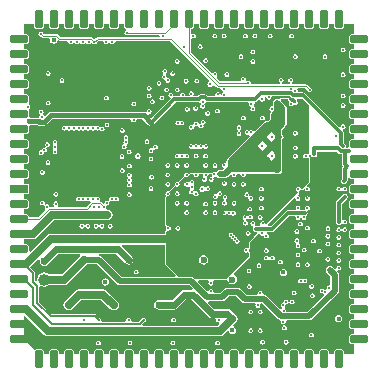
<source format=gbr>
%TF.GenerationSoftware,Altium Limited,DefaultClient, ()*%
G04 Layer_Physical_Order=4*
G04 Layer_Color=6736896*
%FSLAX26Y26*%
%MOIN*%
%TF.SameCoordinates,9CB29443-125E-45F9-99EE-4E50F1371B14*%
%TF.FilePolarity,Positive*%
%TF.FileFunction,Copper,L4,Inr,Signal*%
%TF.Part,Single*%
G01*
G75*
%TA.AperFunction,Conductor*%
%ADD33C,0.007874*%
%ADD34C,0.011811*%
%ADD35C,0.005906*%
%ADD36C,0.003937*%
%ADD37C,0.027559*%
%ADD38C,0.015748*%
%ADD39C,0.023622*%
%ADD40C,0.009842*%
%TA.AperFunction,ComponentPad*%
G04:AMPARAMS|DCode=41|XSize=27.559mil|YSize=62.992mil|CornerRadius=6.89mil|HoleSize=0mil|Usage=FLASHONLY|Rotation=90.000|XOffset=0mil|YOffset=0mil|HoleType=Round|Shape=RoundedRectangle|*
%AMROUNDEDRECTD41*
21,1,0.027559,0.049212,0,0,90.0*
21,1,0.013780,0.062992,0,0,90.0*
1,1,0.013780,0.024606,0.006890*
1,1,0.013780,0.024606,-0.006890*
1,1,0.013780,-0.024606,-0.006890*
1,1,0.013780,-0.024606,0.006890*
%
%ADD41ROUNDEDRECTD41*%
G04:AMPARAMS|DCode=42|XSize=27.559mil|YSize=62.992mil|CornerRadius=6.89mil|HoleSize=0mil|Usage=FLASHONLY|Rotation=0.000|XOffset=0mil|YOffset=0mil|HoleType=Round|Shape=RoundedRectangle|*
%AMROUNDEDRECTD42*
21,1,0.027559,0.049212,0,0,0.0*
21,1,0.013780,0.062992,0,0,0.0*
1,1,0.013780,0.006890,-0.024606*
1,1,0.013780,-0.006890,-0.024606*
1,1,0.013780,-0.006890,0.024606*
1,1,0.013780,0.006890,0.024606*
%
%ADD42ROUNDEDRECTD42*%
%ADD43R,0.062992X0.027559*%
%TA.AperFunction,ViaPad*%
%ADD44C,0.007874*%
%ADD45C,0.011811*%
%ADD46C,0.015748*%
%ADD47C,0.023622*%
%ADD48C,0.039370*%
%TA.AperFunction,Conductor*%
%ADD49C,0.019685*%
G36*
X1100000Y1067929D02*
X1093110D01*
X1088886Y1067088D01*
X1085305Y1064695D01*
X1082912Y1061114D01*
X1082071Y1056890D01*
Y1043110D01*
X1082912Y1038886D01*
X1085305Y1035305D01*
X1088886Y1032912D01*
X1093110Y1032071D01*
X1100000D01*
Y1017929D01*
X1093110D01*
X1088886Y1017088D01*
X1085305Y1014695D01*
X1082912Y1011114D01*
X1082071Y1006890D01*
Y993110D01*
X1082912Y988886D01*
X1085305Y985305D01*
X1088886Y982912D01*
X1093110Y982071D01*
X1100000D01*
Y967929D01*
X1093110D01*
X1088886Y967088D01*
X1085305Y964695D01*
X1082912Y961114D01*
X1082071Y956890D01*
Y943110D01*
X1082912Y938886D01*
X1085305Y935305D01*
X1088886Y932912D01*
X1093110Y932071D01*
X1100000D01*
Y917929D01*
X1093110D01*
X1088886Y917088D01*
X1085305Y914695D01*
X1082912Y911114D01*
X1082071Y906890D01*
Y893110D01*
X1082912Y888886D01*
X1085305Y885305D01*
X1088886Y882912D01*
X1093110Y882071D01*
X1100000D01*
Y867929D01*
X1093110D01*
X1088886Y867088D01*
X1085305Y864695D01*
X1082912Y861114D01*
X1082071Y856890D01*
Y843110D01*
X1082912Y838886D01*
X1085305Y835305D01*
X1088886Y832912D01*
X1093110Y832071D01*
X1100000D01*
Y817929D01*
X1093110D01*
X1088886Y817088D01*
X1085305Y814695D01*
X1082912Y811114D01*
X1082071Y806890D01*
Y793110D01*
X1082912Y788886D01*
X1085305Y785305D01*
X1088886Y782912D01*
X1093110Y782071D01*
X1100000D01*
Y767929D01*
X1093110D01*
X1088886Y767088D01*
X1085305Y764695D01*
X1082912Y761114D01*
X1082071Y756890D01*
Y743110D01*
X1082912Y738886D01*
X1085305Y735305D01*
X1088886Y732912D01*
X1093110Y732071D01*
X1100000D01*
Y717929D01*
X1093110D01*
X1088886Y717088D01*
X1085305Y714695D01*
X1082912Y711114D01*
X1082071Y706890D01*
Y693110D01*
X1082272Y692102D01*
X1079035Y687318D01*
X1077508Y687101D01*
X1075334Y687655D01*
X1073674Y690232D01*
X1074012Y691929D01*
X1073248Y695770D01*
X1071072Y699025D01*
X1066138Y703960D01*
Y737205D01*
X1065374Y741045D01*
X1063198Y744301D01*
X1062447Y745052D01*
X1063341Y747853D01*
X1064600Y749970D01*
X1067049Y750457D01*
X1069653Y752197D01*
X1071394Y754802D01*
X1072005Y757874D01*
X1071394Y760947D01*
X1069653Y763551D01*
X1067049Y765292D01*
X1063976Y765903D01*
X1060904Y765292D01*
X1058300Y763551D01*
X1056559Y760947D01*
X1056072Y758498D01*
X1053955Y757238D01*
X1051154Y756345D01*
X938198Y869301D01*
X934943Y871476D01*
X931102Y872240D01*
X916394D01*
X912556Y876969D01*
X911945Y880041D01*
X910429Y882309D01*
X910819Y884065D01*
X912225Y887309D01*
X936329D01*
X943994Y879643D01*
X944354Y877833D01*
X946095Y875229D01*
X948699Y873488D01*
X951772Y872877D01*
X954844Y873488D01*
X957448Y875229D01*
X959189Y877833D01*
X959800Y880905D01*
X959189Y883978D01*
X957448Y886582D01*
X954844Y888323D01*
X953034Y888683D01*
X943496Y898221D01*
X938976Y900093D01*
X892846D01*
X891919Y904652D01*
X892014Y905093D01*
X894456Y906725D01*
X896197Y909329D01*
X896808Y912402D01*
X896197Y915474D01*
X894456Y918078D01*
X891852Y919819D01*
X888779Y920430D01*
X885707Y919819D01*
X883103Y918078D01*
X881362Y915474D01*
X880751Y912402D01*
X881362Y909329D01*
X883103Y906725D01*
X885545Y905093D01*
X885640Y904652D01*
X884713Y900093D01*
X861350D01*
X860423Y904652D01*
X860518Y905093D01*
X862960Y906725D01*
X864701Y909329D01*
X865312Y912402D01*
X864701Y915474D01*
X862960Y918078D01*
X860356Y919819D01*
X857284Y920430D01*
X854211Y919819D01*
X851607Y918078D01*
X849866Y915474D01*
X849255Y912402D01*
X849866Y909329D01*
X851607Y906725D01*
X854049Y905093D01*
X854144Y904652D01*
X853217Y900093D01*
X760471D01*
X756060Y903543D01*
X755449Y906616D01*
X753708Y909220D01*
X751104Y910961D01*
X748032Y911572D01*
X744959Y910961D01*
X743425Y909935D01*
X742704D01*
X739244Y914936D01*
X739327Y915355D01*
X738716Y918427D01*
X736976Y921031D01*
X734371Y922772D01*
X731299Y923383D01*
X728227Y922772D01*
X725622Y921031D01*
X723882Y918427D01*
X723271Y915355D01*
X723354Y914936D01*
X719894Y909935D01*
X652254D01*
X641841Y920349D01*
X642488Y926410D01*
X644228Y929014D01*
X644839Y932087D01*
X644228Y935159D01*
X642488Y937763D01*
X639883Y939504D01*
X636811Y940115D01*
X633739Y939504D01*
X631134Y937764D01*
X625073Y937116D01*
X556392Y1005797D01*
Y1050375D01*
X561392Y1052954D01*
X561888Y1052622D01*
X564961Y1052011D01*
X568033Y1052622D01*
X570637Y1054362D01*
X572378Y1056967D01*
X572989Y1060039D01*
X572378Y1063112D01*
X570637Y1065716D01*
X568033Y1067457D01*
X564961Y1068068D01*
X561888Y1067457D01*
X561392Y1067125D01*
X556392Y1069704D01*
Y1082071D01*
X556890D01*
X561114Y1082912D01*
X564695Y1085305D01*
X567088Y1088886D01*
X567929Y1093110D01*
Y1100000D01*
X582071D01*
Y1093110D01*
X582912Y1088886D01*
X585305Y1085305D01*
X588886Y1082912D01*
X593110Y1082071D01*
X606890D01*
X611114Y1082912D01*
X614695Y1085305D01*
X617088Y1088886D01*
X617929Y1093110D01*
Y1100000D01*
X632071D01*
Y1093110D01*
X632912Y1088886D01*
X635305Y1085305D01*
X638886Y1082912D01*
X643110Y1082071D01*
X656890D01*
X661114Y1082912D01*
X664695Y1085305D01*
X667088Y1088886D01*
X667929Y1093110D01*
Y1100000D01*
X682071D01*
Y1093110D01*
X682912Y1088886D01*
X685305Y1085305D01*
X688886Y1082912D01*
X693110Y1082071D01*
X706890D01*
X711114Y1082912D01*
X714695Y1085305D01*
X717088Y1088886D01*
X717929Y1093110D01*
Y1100000D01*
X732071D01*
Y1093110D01*
X732912Y1088886D01*
X735305Y1085305D01*
X738886Y1082912D01*
X743110Y1082071D01*
X756890D01*
X761114Y1082912D01*
X764695Y1085305D01*
X767088Y1088886D01*
X767929Y1093110D01*
Y1100000D01*
X782071D01*
Y1093110D01*
X782912Y1088886D01*
X785305Y1085305D01*
X788886Y1082912D01*
X793110Y1082071D01*
X806890D01*
X811114Y1082912D01*
X814695Y1085305D01*
X817088Y1088886D01*
X817929Y1093110D01*
Y1100000D01*
X832071D01*
Y1093110D01*
X832912Y1088886D01*
X835305Y1085305D01*
X838886Y1082912D01*
X843110Y1082071D01*
X856890D01*
X861114Y1082912D01*
X864695Y1085305D01*
X867088Y1088886D01*
X867929Y1093110D01*
Y1100000D01*
X882071D01*
Y1093110D01*
X882912Y1088886D01*
X885305Y1085305D01*
X888886Y1082912D01*
X893110Y1082071D01*
X906890D01*
X911114Y1082912D01*
X914695Y1085305D01*
X917088Y1088886D01*
X917929Y1093110D01*
Y1100000D01*
X932071D01*
Y1093110D01*
X932912Y1088886D01*
X935305Y1085305D01*
X938886Y1082912D01*
X943110Y1082071D01*
X956890D01*
X961114Y1082912D01*
X964695Y1085305D01*
X967088Y1088886D01*
X967929Y1093110D01*
Y1100000D01*
X982071D01*
Y1093110D01*
X982912Y1088886D01*
X985305Y1085305D01*
X988886Y1082912D01*
X993110Y1082071D01*
X1006890D01*
X1011114Y1082912D01*
X1014695Y1085305D01*
X1017088Y1088886D01*
X1017929Y1093110D01*
Y1100000D01*
X1032071D01*
Y1093110D01*
X1032912Y1088886D01*
X1035305Y1085305D01*
X1038886Y1082912D01*
X1043110Y1082071D01*
X1056890D01*
X1061114Y1082912D01*
X1064695Y1085305D01*
X1067088Y1088886D01*
X1067929Y1093110D01*
Y1100000D01*
X1100000D01*
Y1067929D01*
D02*
G37*
G36*
X332071Y1093110D02*
X332912Y1088886D01*
X335305Y1085305D01*
X338473Y1083188D01*
X338895Y1081064D01*
X338777Y1077835D01*
X336843Y1076543D01*
X335103Y1073938D01*
X334491Y1070866D01*
X335103Y1067794D01*
X336843Y1065189D01*
X339447Y1063449D01*
X342520Y1062838D01*
X345592Y1063449D01*
X347126Y1064474D01*
X447784D01*
X451866Y1060025D01*
X451675Y1057775D01*
X450158Y1056589D01*
X245157D01*
X240638Y1054717D01*
X234921Y1049000D01*
X228221Y1055701D01*
X223701Y1057573D01*
X119774D01*
X111803Y1065543D01*
X107284Y1067416D01*
X64656D01*
X63880Y1068192D01*
X63520Y1070001D01*
X61779Y1072606D01*
X59175Y1074346D01*
X56102Y1074957D01*
X53030Y1074346D01*
X50425Y1072606D01*
X48685Y1070001D01*
X48074Y1066929D01*
X48685Y1063857D01*
X50425Y1061252D01*
X53030Y1059512D01*
X54840Y1059152D01*
X57488Y1056504D01*
X62008Y1054631D01*
X84258D01*
X87053Y1049631D01*
X86383Y1046260D01*
X87299Y1041652D01*
X89910Y1037745D01*
X93817Y1035134D01*
X98425Y1034218D01*
X103034Y1035134D01*
X106941Y1037745D01*
X109551Y1041652D01*
X109785Y1042830D01*
X109887Y1042968D01*
X115322Y1045536D01*
X117126Y1044789D01*
X144382D01*
X148153Y1039960D01*
X148764Y1036888D01*
X150504Y1034284D01*
X153109Y1032543D01*
X156181Y1031932D01*
X159253Y1032543D01*
X161858Y1034284D01*
X163408Y1036603D01*
X165627Y1036888D01*
X166420D01*
X168639Y1036603D01*
X170189Y1034284D01*
X172794Y1032543D01*
X175866Y1031932D01*
X178938Y1032543D01*
X181543Y1034284D01*
X183093Y1036603D01*
X185312Y1036888D01*
X186105D01*
X188325Y1036603D01*
X189874Y1034284D01*
X192479Y1032543D01*
X195551Y1031932D01*
X198623Y1032543D01*
X201228Y1034284D01*
X202778Y1036603D01*
X204996Y1036888D01*
X205792D01*
X208010Y1036603D01*
X209559Y1034284D01*
X212164Y1032543D01*
X215236Y1031932D01*
X218309Y1032543D01*
X220913Y1034284D01*
X222345Y1036426D01*
X222673Y1036630D01*
X224682Y1036888D01*
X225476D01*
X227695Y1036603D01*
X229244Y1034284D01*
X231849Y1032543D01*
X234921Y1031932D01*
X237994Y1032543D01*
X240598Y1034284D01*
X242338Y1036888D01*
X242698Y1038698D01*
X247805Y1043805D01*
X261930D01*
X266263Y1039960D01*
X266874Y1036888D01*
X268614Y1034284D01*
X271219Y1032543D01*
X274291Y1031932D01*
X277364Y1032543D01*
X279968Y1034284D01*
X281518Y1036603D01*
X283737Y1036888D01*
X284531D01*
X286750Y1036603D01*
X288299Y1034284D01*
X290904Y1032543D01*
X293976Y1031932D01*
X297049Y1032543D01*
X299653Y1034284D01*
X301394Y1036888D01*
X302005Y1039960D01*
X306338Y1043805D01*
X486525D01*
X616822Y913508D01*
X615520Y907739D01*
X613967Y906702D01*
X611792Y903446D01*
X611028Y899606D01*
X611792Y895766D01*
X613967Y892510D01*
X617223Y890335D01*
X621063Y889571D01*
X624903Y890335D01*
X628159Y892510D01*
X629197Y894063D01*
X634965Y895365D01*
X641149Y889181D01*
X645669Y887309D01*
X654276D01*
X658310Y882874D01*
X658921Y879802D01*
X660661Y877197D01*
X662981Y875647D01*
X663266Y873428D01*
Y872635D01*
X662981Y870416D01*
X660661Y868866D01*
X658921Y866261D01*
X658554Y864418D01*
X653698Y865158D01*
X653087Y868230D01*
X651346Y870834D01*
X648742Y872575D01*
X645669Y873186D01*
X642597Y872575D01*
X639992Y870834D01*
X638252Y868230D01*
X637641Y865158D01*
X637979Y863461D01*
X635744Y859553D01*
X634660Y858461D01*
X613409D01*
X609458Y862411D01*
X606203Y864586D01*
X602362Y865350D01*
X588583D01*
X584742Y864586D01*
X581487Y862411D01*
X577536Y858461D01*
X566649D01*
X565662Y859812D01*
X564434Y863461D01*
X565488Y865038D01*
X566099Y868110D01*
X565488Y871183D01*
X563748Y873787D01*
X561143Y875527D01*
X558071Y876139D01*
X554999Y875527D01*
X552394Y873787D01*
X550654Y871183D01*
X550043Y868110D01*
X550654Y865038D01*
X551708Y863461D01*
X550480Y859812D01*
X549493Y858461D01*
X540409D01*
X536571Y863189D01*
X535960Y866261D01*
X534220Y868866D01*
X531615Y870606D01*
X528543Y871217D01*
X525471Y870606D01*
X522866Y868866D01*
X521126Y866261D01*
X520515Y863189D01*
X516677Y858461D01*
X500984D01*
X497122Y862790D01*
X497201Y863189D01*
X496590Y866261D01*
X494850Y868866D01*
X492245Y870606D01*
X489173Y871217D01*
X486101Y870606D01*
X483496Y868866D01*
X481756Y866261D01*
X481145Y863189D01*
X481756Y860117D01*
X483496Y857512D01*
X486101Y855772D01*
X486907Y855611D01*
X488730Y850363D01*
X424648Y786280D01*
X414422Y796506D01*
X416885Y801114D01*
X417323Y801027D01*
X420395Y801638D01*
X423000Y803378D01*
X424740Y805983D01*
X425351Y809055D01*
X424740Y812127D01*
X423000Y814732D01*
X420395Y816472D01*
X417323Y817083D01*
X414250Y816472D01*
X411646Y814732D01*
X409906Y812127D01*
X409295Y809055D01*
X409453Y808257D01*
X404953Y805250D01*
X403230Y806401D01*
X398622Y807318D01*
X398621Y807318D01*
X88583D01*
X83974Y806401D01*
X80067Y803791D01*
X70937Y794660D01*
X64934Y795729D01*
X64732Y796031D01*
X64223Y796371D01*
X62964Y800718D01*
X63453Y802442D01*
X64504Y804014D01*
X65115Y807087D01*
X64504Y810159D01*
X62764Y812764D01*
X60159Y814504D01*
X57087Y815115D01*
X54014Y814504D01*
X51410Y812764D01*
X49669Y810159D01*
X49058Y807087D01*
X49669Y804014D01*
X51410Y801410D01*
X51919Y801069D01*
X53178Y796723D01*
X52689Y794999D01*
X51638Y793427D01*
X51407Y792267D01*
X50326Y789929D01*
X46477Y787598D01*
X21784D01*
X17827Y792599D01*
X17929Y793110D01*
Y806890D01*
X17088Y811114D01*
X16368Y812192D01*
X16507Y813686D01*
X17910Y818074D01*
X17959Y818126D01*
X19456Y819126D01*
X21197Y821731D01*
X21808Y824803D01*
X21197Y827875D01*
X19456Y830480D01*
X17777Y831602D01*
X17581Y831838D01*
X16392Y835590D01*
X16136Y837461D01*
X17088Y838886D01*
X17929Y843110D01*
Y856890D01*
X17088Y861114D01*
X14695Y864695D01*
X11114Y867088D01*
X6890Y867929D01*
X0D01*
Y882071D01*
X6890D01*
X11114Y882912D01*
X14695Y885305D01*
X17088Y888886D01*
X17929Y893110D01*
Y906890D01*
X17088Y911114D01*
X14695Y914695D01*
X11114Y917088D01*
X6890Y917929D01*
X0D01*
Y932071D01*
X6890D01*
X11114Y932912D01*
X14695Y935305D01*
X17088Y938886D01*
X17929Y943110D01*
Y956890D01*
X17088Y961114D01*
X14695Y964695D01*
X11114Y967088D01*
X6890Y967929D01*
X0D01*
Y982071D01*
X6890D01*
X11114Y982912D01*
X14695Y985305D01*
X17088Y988886D01*
X17929Y993110D01*
Y1006890D01*
X17088Y1011114D01*
X14695Y1014695D01*
X11114Y1017088D01*
X6890Y1017929D01*
X0D01*
Y1032071D01*
X6890D01*
X11114Y1032912D01*
X14695Y1035305D01*
X17088Y1038886D01*
X17929Y1043110D01*
Y1056890D01*
X17088Y1061114D01*
X14695Y1064695D01*
X11114Y1067088D01*
X6890Y1067929D01*
X0D01*
Y1100000D01*
X32071D01*
Y1093110D01*
X32912Y1088886D01*
X35305Y1085305D01*
X38886Y1082912D01*
X43110Y1082071D01*
X56890D01*
X61114Y1082912D01*
X64695Y1085305D01*
X67088Y1088886D01*
X67929Y1093110D01*
Y1100000D01*
X82071D01*
Y1093110D01*
X82912Y1088886D01*
X85305Y1085305D01*
X88886Y1082912D01*
X93110Y1082071D01*
X106890D01*
X111114Y1082912D01*
X114695Y1085305D01*
X117088Y1088886D01*
X117929Y1093110D01*
Y1100000D01*
X132071D01*
Y1093110D01*
X132912Y1088886D01*
X135305Y1085305D01*
X138886Y1082912D01*
X143110Y1082071D01*
X156890D01*
X161114Y1082912D01*
X164695Y1085305D01*
X167088Y1088886D01*
X167929Y1093110D01*
Y1100000D01*
X182071D01*
Y1093110D01*
X182912Y1088886D01*
X185305Y1085305D01*
X188886Y1082912D01*
X193110Y1082071D01*
X206890D01*
X211114Y1082912D01*
X214695Y1085305D01*
X217088Y1088886D01*
X217929Y1093110D01*
Y1100000D01*
X232071D01*
Y1093110D01*
X232912Y1088886D01*
X235305Y1085305D01*
X238886Y1082912D01*
X243110Y1082071D01*
X256890D01*
X261114Y1082912D01*
X264695Y1085305D01*
X267088Y1088886D01*
X267929Y1093110D01*
Y1100000D01*
X282071D01*
Y1093110D01*
X282912Y1088886D01*
X285305Y1085305D01*
X288886Y1082912D01*
X293110Y1082071D01*
X306890D01*
X311114Y1082912D01*
X314695Y1085305D01*
X317088Y1088886D01*
X317929Y1093110D01*
Y1100000D01*
X332071D01*
Y1093110D01*
D02*
G37*
G36*
X889558Y855109D02*
X892813Y852933D01*
X896654Y852169D01*
X901593D01*
X905302Y847169D01*
X905019Y846237D01*
X905121Y845195D01*
X904917Y844169D01*
X905275Y843633D01*
X905338Y842991D01*
X905792Y842619D01*
X906136Y837503D01*
X903312Y835203D01*
X898332Y835890D01*
X898164Y836734D01*
X896424Y839339D01*
X893820Y841079D01*
X890747Y841690D01*
X888726Y841601D01*
X886992Y845473D01*
X886922Y845539D01*
X886915Y845637D01*
X886914Y845638D01*
X886702Y845822D01*
X886647Y846098D01*
X886506Y846309D01*
X886505Y846310D01*
X886505Y846311D01*
X885376Y848000D01*
X884931Y850241D01*
X884349Y851111D01*
X884045Y852113D01*
X884045Y852114D01*
X883561Y852703D01*
X883365Y852808D01*
X883280Y853013D01*
X881952Y853563D01*
X880688Y854239D01*
X880684Y854241D01*
X880471Y854177D01*
X880266Y854261D01*
X858043D01*
X857260Y853937D01*
X856412D01*
X855812Y853338D01*
X855029Y853013D01*
X854705Y852230D01*
X854106Y851631D01*
X853750Y850773D01*
X849865Y849594D01*
X844488Y850664D01*
X839112Y849594D01*
X834554Y846549D01*
X831508Y841991D01*
X830439Y836614D01*
Y829831D01*
X825787Y825942D01*
X822715Y825331D01*
X820111Y823590D01*
X818370Y820986D01*
X817759Y817913D01*
X818370Y814841D01*
X820111Y812236D01*
X821072Y811594D01*
X821716Y810522D01*
X822595Y806623D01*
X822558Y805429D01*
X820681Y802621D01*
X819612Y797244D01*
Y782394D01*
X814062Y776845D01*
X809055D01*
X803679Y775775D01*
X799121Y772730D01*
X769775Y743384D01*
X763799Y744479D01*
X763551Y744850D01*
X760946Y746590D01*
X757874Y747202D01*
X754802Y746590D01*
X752197Y744850D01*
X749771D01*
X747167Y746590D01*
X744095Y747202D01*
X741022Y746590D01*
X738418Y744850D01*
X736677Y742245D01*
X736066Y739173D01*
X736677Y736101D01*
X738418Y733496D01*
X741022Y731756D01*
X744095Y731145D01*
X747167Y731756D01*
X747694Y732108D01*
X750711Y731050D01*
X751899Y725508D01*
X679042Y652651D01*
X675996Y648093D01*
X674927Y642717D01*
Y639997D01*
X673904Y638947D01*
X669927Y636643D01*
X668307Y636965D01*
X665235Y636354D01*
X662630Y634614D01*
X660890Y632009D01*
X660279Y628937D01*
X660890Y625865D01*
X662630Y623260D01*
X664181Y622224D01*
X665164Y618742D01*
X663842Y616738D01*
X661224Y614443D01*
X652559D01*
X647183Y613374D01*
X642625Y610328D01*
X639579Y605770D01*
X638057Y605140D01*
X636962Y605872D01*
X633889Y606483D01*
X630817Y605872D01*
X628212Y604131D01*
X627496Y603059D01*
X626278Y603563D01*
X625010Y604241D01*
X624798Y604176D01*
X624592Y604261D01*
X615443D01*
X615239Y604177D01*
X615026Y604241D01*
X613758Y603563D01*
X612430Y603013D01*
X608387Y604858D01*
X605315Y605469D01*
X602243Y604858D01*
X598200Y603013D01*
X596872Y603563D01*
X595604Y604241D01*
X595392Y604176D01*
X595187Y604261D01*
X583947D01*
X583742Y604177D01*
X583530Y604241D01*
X582262Y603563D01*
X580934Y603013D01*
X576891Y604858D01*
X573819Y605469D01*
X570747Y604858D01*
X566704Y603013D01*
X565376Y603563D01*
X564108Y604241D01*
X563896Y604176D01*
X563690Y604261D01*
X554940D01*
X553940Y603847D01*
X552865Y603722D01*
X549026Y601581D01*
X548000Y603118D01*
X545395Y604858D01*
X542323Y605469D01*
X539250Y604858D01*
X536646Y603118D01*
X534906Y600513D01*
X534294Y597441D01*
X534734Y595233D01*
X533633Y594777D01*
X513490Y574635D01*
X513111Y573719D01*
X512963Y573548D01*
X510827Y573973D01*
X507755Y573362D01*
X505150Y571622D01*
X503410Y569017D01*
X502798Y565945D01*
X503223Y563809D01*
X503053Y563661D01*
X502137Y563281D01*
X481994Y543139D01*
X481615Y542223D01*
X481467Y542052D01*
X479331Y542477D01*
X476258Y541866D01*
X473654Y540126D01*
X471913Y537521D01*
X471302Y534449D01*
X471913Y531376D01*
X472851Y529973D01*
X471987Y525330D01*
X471383Y523871D01*
X470740Y522431D01*
X470762Y522374D01*
X470739Y522317D01*
Y430566D01*
X471296Y429221D01*
X471731Y427832D01*
X472513Y426898D01*
X473882Y422363D01*
X473271Y419291D01*
X473882Y416219D01*
X472513Y411685D01*
X471731Y410751D01*
X471296Y409362D01*
X470739Y408017D01*
Y400938D01*
X90551D01*
X83638Y399563D01*
X77778Y395647D01*
X22477Y340345D01*
X17869Y342808D01*
X17929Y343110D01*
Y356890D01*
X17088Y361114D01*
X14695Y364695D01*
X11114Y367088D01*
X6890Y367929D01*
X0D01*
Y381936D01*
X28937D01*
X35850Y383311D01*
X41710Y387227D01*
X100003Y445520D01*
X277559D01*
X284472Y446895D01*
X290332Y450811D01*
X294248Y456671D01*
X295623Y463584D01*
X294248Y470496D01*
X290332Y476356D01*
X284472Y480272D01*
X277559Y481647D01*
X275499D01*
X272873Y486647D01*
X273165Y487085D01*
X273776Y490158D01*
X273526Y491417D01*
X276134Y495259D01*
X277293Y496052D01*
X279647Y496520D01*
X282252Y498260D01*
X283992Y500865D01*
X284603Y503937D01*
X284036Y506787D01*
X284545Y507478D01*
X287829Y510266D01*
X288120Y510072D01*
X289251Y509316D01*
X292323Y508705D01*
X295396Y509316D01*
X298000Y511057D01*
X302394D01*
X304999Y509316D01*
X308071Y508705D01*
X311144Y509316D01*
X313748Y511057D01*
X315488Y513661D01*
X316100Y516734D01*
X315488Y519806D01*
X313748Y522410D01*
X311144Y524151D01*
X308071Y524762D01*
X304999Y524151D01*
X302394Y522410D01*
X298000D01*
X295396Y524151D01*
X292323Y524762D01*
X289251Y524151D01*
X286646Y522410D01*
X284906Y519806D01*
X284295Y516734D01*
X284862Y513884D01*
X284353Y513192D01*
X281069Y510404D01*
X280778Y510599D01*
X279647Y511354D01*
X276575Y511965D01*
X273502Y511354D01*
X270898Y509614D01*
X269158Y507009D01*
X268546Y503937D01*
X268663Y503354D01*
X264054Y500891D01*
X258457Y506488D01*
X254615Y508080D01*
X253053Y511055D01*
X252295Y513361D01*
X252496Y513661D01*
X253107Y516734D01*
X252496Y519806D01*
X250756Y522410D01*
X248151Y524151D01*
X245079Y524762D01*
X242007Y524151D01*
X239402Y522410D01*
X235008D01*
X232403Y524151D01*
X229331Y524762D01*
X226259Y524151D01*
X223654Y522410D01*
X219260D01*
X216655Y524151D01*
X213583Y524762D01*
X210511Y524151D01*
X207906Y522410D01*
X203512D01*
X200907Y524151D01*
X197835Y524762D01*
X194763Y524151D01*
X192158Y522410D01*
X187764D01*
X185159Y524151D01*
X182087Y524762D01*
X179015Y524151D01*
X176410Y522410D01*
X174670Y519806D01*
X174059Y516734D01*
X174670Y513661D01*
X176410Y511057D01*
X179015Y509316D01*
X182087Y508705D01*
X185159Y509316D01*
X187764Y511057D01*
X192158D01*
X194763Y509316D01*
X197835Y508705D01*
X200907Y509316D01*
X203512Y511057D01*
X207906D01*
X210511Y509316D01*
X213583Y508705D01*
X216655Y509316D01*
X218354Y510451D01*
X219747Y510249D01*
X219901Y510190D01*
X222961Y506057D01*
X222891Y505553D01*
X207982Y490644D01*
X113603D01*
X112198Y493888D01*
X111807Y495644D01*
X113323Y497912D01*
X113934Y500984D01*
X113323Y504057D01*
X111582Y506661D01*
X108978Y508401D01*
X105906Y509013D01*
X102833Y508401D01*
X100229Y506661D01*
X98488Y504057D01*
X97877Y500984D01*
X98488Y497912D01*
X100004Y495644D01*
X99614Y493888D01*
X98208Y490644D01*
X85209D01*
X84800Y491142D01*
X84189Y494214D01*
X82449Y496819D01*
X79844Y498559D01*
X76772Y499170D01*
X73699Y498559D01*
X72569Y497804D01*
X72279Y497610D01*
X68995Y500396D01*
X68485Y501089D01*
X69052Y503938D01*
X68441Y507011D01*
X66701Y509615D01*
X64096Y511356D01*
X61024Y511967D01*
X57951Y511356D01*
X55347Y509615D01*
X53606Y507011D01*
X52995Y503938D01*
X53606Y500866D01*
X55347Y498261D01*
X57951Y496521D01*
X61024Y495910D01*
X64096Y496521D01*
X65226Y497276D01*
X65517Y497470D01*
X68800Y494684D01*
X69310Y493991D01*
X68743Y491142D01*
X69355Y488070D01*
X71095Y485465D01*
X70415Y479906D01*
X46901Y456392D01*
X17929D01*
Y456890D01*
X17088Y461114D01*
X14695Y464695D01*
X11114Y467088D01*
X6890Y467929D01*
X0D01*
Y482071D01*
X6890D01*
X11114Y482912D01*
X14695Y485305D01*
X17088Y488886D01*
X17929Y493110D01*
Y506890D01*
X17088Y511114D01*
X14695Y514695D01*
X11114Y517088D01*
X6890Y517929D01*
X0D01*
Y531959D01*
X13780D01*
X16793Y533207D01*
X18041Y536221D01*
Y563779D01*
X16793Y566793D01*
X13780Y568041D01*
X0D01*
Y582071D01*
X6890D01*
X11114Y582912D01*
X14695Y585305D01*
X17088Y588886D01*
X17929Y593110D01*
Y606890D01*
X17088Y611114D01*
X14695Y614695D01*
X11114Y617088D01*
X6890Y617929D01*
X0D01*
Y632071D01*
X6890D01*
X11114Y632912D01*
X14695Y635305D01*
X17088Y638886D01*
X17929Y643110D01*
Y656890D01*
X17088Y661114D01*
X14695Y664695D01*
X11114Y667088D01*
X6890Y667929D01*
X0D01*
Y682071D01*
X6890D01*
X11114Y682912D01*
X14695Y685305D01*
X17088Y688886D01*
X17929Y693110D01*
Y706890D01*
X17088Y711114D01*
X14695Y714695D01*
X11114Y717088D01*
X6890Y717929D01*
X0D01*
Y732071D01*
X6890D01*
X11114Y732912D01*
X14695Y735305D01*
X17088Y738886D01*
X17929Y743110D01*
Y756890D01*
X17606Y758514D01*
X20862Y763253D01*
X21321Y763514D01*
X45050D01*
X46573Y762496D01*
X51181Y761580D01*
X66929D01*
X66929Y761580D01*
X71537Y762496D01*
X75444Y765107D01*
X93571Y783233D01*
X352769D01*
X357130Y779528D01*
X357741Y776455D01*
X359482Y773851D01*
X362086Y772110D01*
X365159Y771499D01*
X368231Y772110D01*
X370836Y773851D01*
X372576Y776455D01*
X373187Y779528D01*
X377548Y783233D01*
X393634D01*
X414713Y762154D01*
X418620Y759543D01*
X423228Y758627D01*
X427837Y759543D01*
X431744Y762154D01*
X434354Y766061D01*
X434737Y767986D01*
X505141Y838390D01*
X581693D01*
X582735Y838597D01*
X587110Y837678D01*
X588706Y836182D01*
X589402Y833169D01*
X588593Y829664D01*
X588055Y828860D01*
X587444Y825787D01*
X588055Y822715D01*
X589795Y820111D01*
X592400Y818370D01*
X595472Y817759D01*
X598545Y818370D01*
X601149Y820111D01*
X602890Y822715D01*
X603501Y825787D01*
X602890Y828860D01*
X602352Y829664D01*
X601543Y833169D01*
X602238Y836182D01*
X603835Y837678D01*
X608210Y838597D01*
X609252Y838390D01*
X746008D01*
X749846Y833661D01*
X750457Y830589D01*
X752197Y827985D01*
X753788Y826921D01*
X754846Y825864D01*
X755405Y821026D01*
X755378Y820986D01*
X754767Y817913D01*
X755378Y814841D01*
X757118Y812236D01*
X759723Y810496D01*
X762795Y809885D01*
X765868Y810496D01*
X768472Y812236D01*
X770212Y814841D01*
X770824Y817913D01*
X770212Y820986D01*
X768472Y823590D01*
X766881Y824654D01*
X765824Y825711D01*
X765264Y830549D01*
X765291Y830589D01*
X765902Y833661D01*
X768535Y838109D01*
X769635Y838576D01*
X772541Y839154D01*
X775797Y841329D01*
X781615Y847147D01*
X785367Y846569D01*
X787275Y845737D01*
X788614Y843733D01*
X791219Y841992D01*
X794291Y841381D01*
X797364Y841992D01*
X799968Y843733D01*
X801708Y846337D01*
X802320Y849409D01*
X801708Y852482D01*
X801696Y852500D01*
X803869Y858035D01*
X804564Y858175D01*
X809182Y854887D01*
X809512Y853227D01*
X811252Y850622D01*
X813857Y848882D01*
X816929Y848271D01*
X820001Y848882D01*
X822606Y850622D01*
X824346Y853227D01*
X824957Y856299D01*
X829311Y860043D01*
X884623D01*
X889558Y855109D01*
D02*
G37*
G36*
X950000Y829115D02*
Y668109D01*
X948699Y667850D01*
X946095Y666110D01*
X944161D01*
X941557Y667850D01*
X938485Y668461D01*
X935412Y667850D01*
X932808Y666110D01*
X931067Y663505D01*
X930456Y660433D01*
X931067Y657361D01*
X932808Y654756D01*
X935412Y653016D01*
X938485Y652405D01*
X941557Y653016D01*
X945128Y654385D01*
X948699Y653016D01*
X950000Y652757D01*
Y575000D01*
X926293Y551293D01*
X920868Y552939D01*
X920803Y553268D01*
X919063Y555872D01*
X916458Y557612D01*
X913386Y558223D01*
X910313Y557612D01*
X907709Y555872D01*
X905968Y553268D01*
X905357Y550195D01*
X905968Y547123D01*
X907709Y544518D01*
X910313Y542778D01*
X910642Y542713D01*
X912287Y537287D01*
X808038Y433038D01*
X804479Y434571D01*
X803284Y435355D01*
X802732Y438133D01*
X800991Y440738D01*
X798387Y442478D01*
X795314Y443089D01*
X792242Y442478D01*
X789638Y440738D01*
X787897Y438133D01*
X787286Y435061D01*
X787897Y431988D01*
X788088Y431702D01*
X785416Y426702D01*
X772675D01*
X769733Y431215D01*
X770250Y431988D01*
X770861Y435061D01*
X770250Y438133D01*
X768509Y440738D01*
X765905Y442478D01*
X762832Y443089D01*
X759760Y442478D01*
X757156Y440738D01*
X755415Y438133D01*
X754804Y435061D01*
X755415Y431988D01*
X757156Y429384D01*
X759760Y427643D01*
X762281Y427142D01*
X762350Y427071D01*
X763624Y424894D01*
X764591Y422284D01*
X763404Y420507D01*
X762640Y416667D01*
X763404Y412826D01*
X765579Y409571D01*
X768835Y407395D01*
X772675Y406631D01*
X775098D01*
X777012Y402012D01*
X768549Y393549D01*
X766961Y392488D01*
X765900Y390900D01*
X750000Y375000D01*
Y354703D01*
X745000Y352365D01*
X744214Y352890D01*
X741142Y353501D01*
X738069Y352890D01*
X735465Y351149D01*
X733725Y348545D01*
X733114Y345472D01*
X733725Y342400D01*
X735465Y339796D01*
X738069Y338055D01*
X741142Y337444D01*
X744214Y338055D01*
X745000Y338580D01*
X750000Y336242D01*
Y325000D01*
X687894Y262894D01*
X687753Y262866D01*
X682544Y259385D01*
X679063Y254176D01*
X679035Y254035D01*
X675000Y250000D01*
X571050D01*
X567021Y254029D01*
X562463Y257075D01*
X557087Y258144D01*
X516856D01*
X475000Y300000D01*
Y408017D01*
X475781Y408950D01*
X480000Y411521D01*
X481299Y411263D01*
X484372Y411874D01*
X486976Y413614D01*
X488716Y416219D01*
X489327Y419291D01*
X488716Y422364D01*
X486976Y424968D01*
X484372Y426709D01*
X481299Y427320D01*
X480000Y427061D01*
X475781Y429632D01*
X475000Y430566D01*
Y522317D01*
X479331Y526420D01*
X482403Y527032D01*
X485008Y528772D01*
X486748Y531376D01*
X487359Y534449D01*
X486748Y537521D01*
X485008Y540126D01*
X485008Y540126D01*
X505150Y560268D01*
X505150Y560268D01*
X507755Y558528D01*
X510827Y557917D01*
X513899Y558528D01*
X516504Y560268D01*
X518244Y562873D01*
X518855Y565945D01*
X518244Y569017D01*
X516504Y571622D01*
X516504Y571622D01*
X536646Y591764D01*
X539250Y590024D01*
X542323Y589413D01*
X545395Y590024D01*
X548000Y591764D01*
X549740Y594369D01*
X550351Y597441D01*
X554940Y600000D01*
X563690D01*
X565791Y597441D01*
X566402Y594369D01*
X568142Y591764D01*
X570747Y590024D01*
X573819Y589413D01*
X576891Y590024D01*
X579496Y591764D01*
X581236Y594369D01*
X581847Y597441D01*
X583947Y600000D01*
X595187D01*
X597287Y597441D01*
X597898Y594369D01*
X598040Y594155D01*
X598257Y590037D01*
X596612Y587978D01*
X595702Y587370D01*
X593961Y584765D01*
X593350Y581693D01*
X593961Y578621D01*
X595702Y576016D01*
X598306Y574276D01*
X601378Y573665D01*
X604451Y574276D01*
X607055Y576016D01*
X608796Y578621D01*
X609407Y581693D01*
X608796Y584765D01*
X608653Y584979D01*
X608436Y589097D01*
X610081Y591156D01*
X610992Y591764D01*
X612732Y594369D01*
X613343Y597441D01*
X615443Y600000D01*
X624592D01*
X625861Y598454D01*
X626472Y595382D01*
X627256Y594209D01*
X624591Y589641D01*
X624046Y589750D01*
X620974Y589139D01*
X618369Y587398D01*
X616629Y584794D01*
X616018Y581721D01*
X616629Y578649D01*
X618369Y576044D01*
X620974Y574304D01*
X624046Y573693D01*
X627119Y574304D01*
X629723Y576044D01*
X631463Y578649D01*
X632074Y581721D01*
X631463Y584794D01*
X630680Y585966D01*
X633344Y590535D01*
X633889Y590426D01*
X636962Y591037D01*
X639566Y592778D01*
X642543Y590582D01*
X642625Y590459D01*
X647183Y587414D01*
X652559Y586344D01*
X669291D01*
X674668Y587414D01*
X679226Y590459D01*
X686923Y598156D01*
X688468Y597928D01*
X692024Y596187D01*
X692386Y594369D01*
X694126Y591764D01*
X696731Y590024D01*
X699803Y589413D01*
X702875Y590024D01*
X705480Y591764D01*
X707220Y594369D01*
X707831Y597441D01*
X709932Y600000D01*
X721171D01*
X723271Y597441D01*
X723882Y594369D01*
X725622Y591764D01*
X728227Y590024D01*
X731299Y589413D01*
X734371Y590024D01*
X736976Y591764D01*
X738716Y594369D01*
X739327Y597441D01*
X741428Y600000D01*
X837210D01*
X841535Y599140D01*
X847440D01*
X852817Y600209D01*
X857375Y603255D01*
X860420Y607813D01*
X861490Y613189D01*
Y646650D01*
X861490Y646654D01*
Y670276D01*
Y716766D01*
X862960Y717748D01*
X864701Y720353D01*
X865312Y723425D01*
X864701Y726497D01*
X862960Y729102D01*
X861490Y730084D01*
Y748117D01*
X871155Y757782D01*
X874201Y762340D01*
X875270Y767717D01*
Y819882D01*
X874201Y825259D01*
X871155Y829817D01*
X855971Y845000D01*
X858043Y850000D01*
X880266D01*
X880751Y849409D01*
X881362Y846337D01*
X882962Y843943D01*
X883102Y843732D01*
X883103Y843731D01*
X884837Y839859D01*
X883926Y837626D01*
X883330Y836734D01*
X882719Y833662D01*
X883330Y830590D01*
X885070Y827985D01*
X887675Y826245D01*
X890747Y825634D01*
X893820Y826245D01*
X896424Y827985D01*
X898165Y830589D01*
X903304Y830798D01*
X904528Y830555D01*
X907600Y831166D01*
X910205Y832906D01*
X911945Y835511D01*
X912556Y838583D01*
X911945Y841655D01*
X910205Y844260D01*
X909097Y845000D01*
X910614Y850000D01*
X929115D01*
X950000Y829115D01*
D02*
G37*
G36*
X1049991Y668101D02*
X1053246Y665926D01*
X1057087Y665162D01*
X1060831D01*
Y633859D01*
X1061595Y630018D01*
X1063605Y627010D01*
X1061802Y625206D01*
X1059626Y621950D01*
X1058862Y618110D01*
Y582897D01*
X1058849Y582884D01*
X1056673Y579628D01*
X1055909Y575788D01*
X1056673Y571947D01*
X1058849Y568692D01*
X1062104Y566516D01*
X1065945Y565752D01*
X1069785Y566516D01*
X1073041Y568692D01*
X1075994Y571644D01*
X1078169Y574900D01*
X1078933Y578740D01*
Y585841D01*
X1083933Y587357D01*
X1085305Y585305D01*
X1088886Y582912D01*
X1093110Y582071D01*
X1100000D01*
Y567929D01*
X1093110D01*
X1088886Y567088D01*
X1085305Y564695D01*
X1082912Y561114D01*
X1082071Y556890D01*
Y543110D01*
X1082912Y538886D01*
X1085305Y535305D01*
X1088886Y532912D01*
X1093110Y532071D01*
X1100000D01*
Y517929D01*
X1093110D01*
X1088886Y517088D01*
X1085305Y514695D01*
X1082912Y511114D01*
X1082071Y506890D01*
Y493110D01*
X1082912Y488886D01*
X1085305Y485305D01*
X1088886Y482912D01*
X1093110Y482071D01*
X1100000D01*
Y467929D01*
X1093110D01*
X1088886Y467088D01*
X1085305Y464695D01*
X1082912Y461114D01*
X1082071Y456890D01*
Y443110D01*
X1082912Y438886D01*
X1085305Y435305D01*
X1088886Y432912D01*
X1093110Y432071D01*
X1100000D01*
Y417929D01*
X1093110D01*
X1088886Y417088D01*
X1085305Y414695D01*
X1082912Y411114D01*
X1082071Y406890D01*
Y393110D01*
X1082912Y388886D01*
X1085305Y385305D01*
X1088886Y382912D01*
X1093110Y382071D01*
X1100000D01*
Y367929D01*
X1093110D01*
X1088886Y367088D01*
X1085305Y364695D01*
X1082912Y361114D01*
X1082071Y356890D01*
Y343110D01*
X1082912Y338886D01*
X1085305Y335305D01*
X1088886Y332912D01*
X1093110Y332071D01*
X1100000D01*
Y317929D01*
X1093110D01*
X1088886Y317088D01*
X1085305Y314695D01*
X1082912Y311114D01*
X1082071Y306890D01*
Y293110D01*
X1082912Y288886D01*
X1085305Y285305D01*
X1088886Y282912D01*
X1093110Y282071D01*
X1100000D01*
Y267929D01*
X1093110D01*
X1088886Y267088D01*
X1085305Y264695D01*
X1082912Y261114D01*
X1082071Y256890D01*
Y243110D01*
X1082912Y238886D01*
X1085305Y235305D01*
X1088886Y232912D01*
X1093110Y232071D01*
X1100000D01*
Y217929D01*
X1093110D01*
X1088886Y217088D01*
X1085305Y214695D01*
X1082912Y211114D01*
X1082071Y206890D01*
Y193110D01*
X1082912Y188886D01*
X1085305Y185305D01*
X1088886Y182912D01*
X1093110Y182071D01*
X1100000D01*
Y167929D01*
X1093110D01*
X1088886Y167088D01*
X1085305Y164695D01*
X1082912Y161114D01*
X1082071Y156890D01*
Y143110D01*
X1082912Y138886D01*
X1085305Y135305D01*
X1088886Y132912D01*
X1093110Y132071D01*
X1100000D01*
Y117929D01*
X1093110D01*
X1088886Y117088D01*
X1085305Y114695D01*
X1082912Y111114D01*
X1082071Y106890D01*
Y93110D01*
X1082912Y88886D01*
X1085305Y85305D01*
X1088886Y82912D01*
X1093110Y82071D01*
X1100000D01*
Y67929D01*
X1093110D01*
X1088886Y67088D01*
X1085305Y64695D01*
X1082912Y61114D01*
X1082071Y56890D01*
Y43110D01*
X1082912Y38886D01*
X1085305Y35305D01*
X1088886Y32912D01*
X1093110Y32071D01*
X1100000D01*
Y0D01*
X1067929D01*
Y6890D01*
X1067088Y11114D01*
X1064695Y14695D01*
X1061114Y17088D01*
X1056890Y17929D01*
X1043110D01*
X1038886Y17088D01*
X1035305Y14695D01*
X1032912Y11114D01*
X1032071Y6890D01*
Y0D01*
X1017929D01*
Y6890D01*
X1017088Y11114D01*
X1014695Y14695D01*
X1011114Y17088D01*
X1006890Y17929D01*
X993110D01*
X988886Y17088D01*
X985305Y14695D01*
X982912Y11114D01*
X982071Y6890D01*
Y0D01*
X967929D01*
Y6890D01*
X967088Y11114D01*
X964695Y14695D01*
X961114Y17088D01*
X956890Y17929D01*
X943110D01*
X938886Y17088D01*
X935305Y14695D01*
X932912Y11114D01*
X932071Y6890D01*
Y0D01*
X917929D01*
Y6890D01*
X917088Y11114D01*
X914695Y14695D01*
X911114Y17088D01*
X906890Y17929D01*
X893110D01*
X888886Y17088D01*
X885305Y14695D01*
X882912Y11114D01*
X882071Y6890D01*
Y0D01*
X867929D01*
Y6890D01*
X867088Y11114D01*
X864695Y14695D01*
X861114Y17088D01*
X856890Y17929D01*
X843110D01*
X838886Y17088D01*
X835305Y14695D01*
X832912Y11114D01*
X832071Y6890D01*
Y0D01*
X817929D01*
Y6890D01*
X817088Y11114D01*
X814695Y14695D01*
X811114Y17088D01*
X806890Y17929D01*
X793110D01*
X788886Y17088D01*
X785305Y14695D01*
X782912Y11114D01*
X782071Y6890D01*
Y0D01*
X767929D01*
Y6890D01*
X767088Y11114D01*
X764695Y14695D01*
X761114Y17088D01*
X756890Y17929D01*
X743110D01*
X738886Y17088D01*
X735305Y14695D01*
X732912Y11114D01*
X732071Y6890D01*
Y0D01*
X717929D01*
Y6890D01*
X717088Y11114D01*
X714695Y14695D01*
X711114Y17088D01*
X706890Y17929D01*
X693110D01*
X688886Y17088D01*
X685305Y14695D01*
X682912Y11114D01*
X682071Y6890D01*
Y0D01*
X667929D01*
Y6890D01*
X667088Y11114D01*
X664695Y14695D01*
X661114Y17088D01*
X656890Y17929D01*
X643110D01*
X638886Y17088D01*
X635305Y14695D01*
X632912Y11114D01*
X632071Y6890D01*
Y0D01*
X617929D01*
Y6890D01*
X617088Y11114D01*
X614695Y14695D01*
X611114Y17088D01*
X606890Y17929D01*
X593110D01*
X588886Y17088D01*
X585305Y14695D01*
X582912Y11114D01*
X582071Y6890D01*
Y0D01*
X567929D01*
Y6890D01*
X567088Y11114D01*
X564695Y14695D01*
X561114Y17088D01*
X556890Y17929D01*
X543110D01*
X538886Y17088D01*
X535305Y14695D01*
X532912Y11114D01*
X532071Y6890D01*
Y0D01*
X517929D01*
Y6890D01*
X517088Y11114D01*
X514695Y14695D01*
X511114Y17088D01*
X506890Y17929D01*
X493110D01*
X488886Y17088D01*
X485305Y14695D01*
X482912Y11114D01*
X482071Y6890D01*
Y0D01*
X467929D01*
Y6890D01*
X467088Y11114D01*
X464695Y14695D01*
X461114Y17088D01*
X456890Y17929D01*
X443110D01*
X438886Y17088D01*
X435305Y14695D01*
X432912Y11114D01*
X432071Y6890D01*
Y0D01*
X417929D01*
Y6890D01*
X417088Y11114D01*
X414695Y14695D01*
X411114Y17088D01*
X406890Y17929D01*
X393110D01*
X388886Y17088D01*
X385305Y14695D01*
X382912Y11114D01*
X382071Y6890D01*
Y0D01*
X367929D01*
Y6890D01*
X367088Y11114D01*
X364695Y14695D01*
X361114Y17088D01*
X356890Y17929D01*
X343110D01*
X338886Y17088D01*
X335305Y14695D01*
X332912Y11114D01*
X332071Y6890D01*
Y0D01*
X317929D01*
Y6890D01*
X317088Y11114D01*
X314695Y14695D01*
X311114Y17088D01*
X306890Y17929D01*
X293110D01*
X288886Y17088D01*
X285305Y14695D01*
X282912Y11114D01*
X282071Y6890D01*
Y0D01*
X267929D01*
Y6890D01*
X267088Y11114D01*
X264695Y14695D01*
X261114Y17088D01*
X256890Y17929D01*
X243110D01*
X238886Y17088D01*
X235305Y14695D01*
X232912Y11114D01*
X232071Y6890D01*
Y0D01*
X217929D01*
Y6890D01*
X217088Y11114D01*
X214695Y14695D01*
X211114Y17088D01*
X206890Y17929D01*
X193110D01*
X188886Y17088D01*
X185305Y14695D01*
X182912Y11114D01*
X182071Y6890D01*
Y0D01*
X167929D01*
Y6890D01*
X167088Y11114D01*
X164695Y14695D01*
X161114Y17088D01*
X156890Y17929D01*
X143110D01*
X138886Y17088D01*
X135305Y14695D01*
X132912Y11114D01*
X132071Y6890D01*
Y0D01*
X117929D01*
Y6890D01*
X117088Y11114D01*
X114695Y14695D01*
X111114Y17088D01*
X106890Y17929D01*
X93110D01*
X88886Y17088D01*
X85305Y14695D01*
X82912Y11114D01*
X82071Y6890D01*
Y0D01*
X67929D01*
Y6890D01*
X67088Y11114D01*
X64695Y14695D01*
X61114Y17088D01*
X56890Y17929D01*
X43110D01*
X38886Y17088D01*
X35305Y14695D01*
X0Y50000D01*
Y125402D01*
X4619Y127315D01*
X67936Y63999D01*
X73796Y60083D01*
X80709Y58708D01*
X652559D01*
X659472Y60083D01*
X665332Y63999D01*
X678128Y76795D01*
X683553Y75149D01*
X683756Y74132D01*
X686366Y70225D01*
X690273Y67614D01*
X694882Y66698D01*
X699490Y67614D01*
X703397Y70225D01*
X706007Y74132D01*
X706924Y78740D01*
X706007Y83348D01*
X703397Y87255D01*
X699490Y89866D01*
X698473Y90068D01*
X696827Y95493D01*
X706670Y105337D01*
X710586Y111197D01*
X711961Y118110D01*
X710586Y125023D01*
X706670Y130883D01*
X700810Y134799D01*
X699694Y135021D01*
X688519Y146196D01*
X683310Y149677D01*
X677165Y150899D01*
X677165Y150899D01*
X634210D01*
X614198Y170911D01*
X616269Y175911D01*
X660433D01*
X665809Y176981D01*
X670367Y180026D01*
X682985Y192643D01*
X707763D01*
X726286Y174121D01*
X730844Y171075D01*
X736221Y170006D01*
X769125D01*
X771888Y165811D01*
X772017Y165006D01*
X771499Y162401D01*
X772110Y159329D01*
X773850Y156725D01*
X776455Y154984D01*
X779527Y154373D01*
X782600Y154984D01*
X785204Y156725D01*
X786944Y159329D01*
X787556Y162401D01*
X787177Y164307D01*
X790154Y168657D01*
X794434Y168965D01*
X847349Y116050D01*
X851907Y113004D01*
X853022Y112783D01*
X856756Y109371D01*
X856145Y106299D01*
X856756Y103227D01*
X858496Y100622D01*
X861101Y98882D01*
X863322Y98440D01*
X863526Y97916D01*
X864279Y94210D01*
X864297Y93536D01*
X862433Y92291D01*
X860693Y89686D01*
X860082Y86614D01*
X860693Y83542D01*
X862433Y80937D01*
X865038Y79197D01*
X868110Y78586D01*
X871183Y79197D01*
X873787Y80937D01*
X875527Y83542D01*
X876139Y86614D01*
X875527Y89686D01*
X873787Y92291D01*
X871183Y94031D01*
X868962Y94473D01*
X868758Y94998D01*
X868004Y98703D01*
X867986Y99377D01*
X869850Y100622D01*
X871590Y103227D01*
X872202Y106299D01*
X872075Y106935D01*
X875433Y111935D01*
X950788D01*
X956164Y113004D01*
X960722Y116050D01*
X1045368Y200695D01*
X1048413Y205253D01*
X1049483Y210630D01*
Y263779D01*
X1048413Y269156D01*
X1045368Y273714D01*
X1044629Y274453D01*
X1047406Y278747D01*
X1049213Y278387D01*
X1052285Y278999D01*
X1054889Y280739D01*
X1056630Y283344D01*
X1057241Y286416D01*
X1056630Y289488D01*
X1054889Y292093D01*
X1052285Y293833D01*
X1049213Y294444D01*
X1046140Y293833D01*
X1043536Y292093D01*
X1041795Y289488D01*
X1041184Y286416D01*
X1041544Y284609D01*
X1037250Y281832D01*
X1029620Y289462D01*
X1025062Y292508D01*
X1019685Y293577D01*
X1014308Y292508D01*
X1009750Y289462D01*
X1006705Y284904D01*
X1005635Y279528D01*
X1006705Y274151D01*
X1009750Y269593D01*
X1021384Y257960D01*
Y232391D01*
X1016732Y228501D01*
X1013660Y227890D01*
X1011055Y226150D01*
X1009315Y223545D01*
X1008704Y220473D01*
X1008998Y218994D01*
X1006287Y215421D01*
X1005147Y214676D01*
X1004921Y214721D01*
X1001849Y214110D01*
X1000292Y213070D01*
X998787Y215323D01*
X996183Y217063D01*
X993110Y217674D01*
X990038Y217063D01*
X987433Y215323D01*
X985693Y212718D01*
X985082Y209646D01*
X985693Y206573D01*
X987433Y203969D01*
X990038Y202228D01*
X993110Y201617D01*
X994699Y201933D01*
X998609Y199425D01*
X999465Y194531D01*
X944968Y140034D01*
X877076D01*
X873186Y144685D01*
X872575Y147757D01*
X870834Y150362D01*
X869002Y151586D01*
X868971Y151664D01*
X868622Y155045D01*
X868892Y157069D01*
X869850Y157709D01*
X871590Y160314D01*
X871608Y160402D01*
X873074Y165208D01*
X876146Y165820D01*
X878751Y167560D01*
X880250Y169804D01*
X880491Y170164D01*
X880581Y170414D01*
X881031Y171663D01*
X885754Y171669D01*
X886182Y170445D01*
X886283Y170156D01*
X886460Y169892D01*
X888024Y167551D01*
X890629Y165811D01*
X893701Y165200D01*
X896773Y165811D01*
X899378Y167551D01*
X901118Y170156D01*
X901729Y173228D01*
X901118Y176301D01*
X899378Y178905D01*
X896773Y180645D01*
X893701Y181257D01*
X890629Y180645D01*
X888024Y178905D01*
X886525Y176662D01*
X886283Y176301D01*
X886194Y176051D01*
X885744Y174802D01*
X881021Y174796D01*
X880593Y176020D01*
X880491Y176309D01*
X880315Y176573D01*
X878751Y178914D01*
X876146Y180654D01*
X873074Y181265D01*
X870002Y180654D01*
X867397Y178914D01*
X865657Y176309D01*
X865639Y176220D01*
X864173Y171414D01*
X861101Y170803D01*
X858496Y169063D01*
X856756Y166458D01*
X856145Y163386D01*
X856756Y160314D01*
X858496Y157709D01*
X860329Y156484D01*
X860360Y156406D01*
X860709Y153026D01*
X860439Y151002D01*
X859481Y150362D01*
X853420Y149717D01*
X809147Y193990D01*
X804589Y197035D01*
X799213Y198105D01*
X798663D01*
X795304Y203105D01*
X795430Y203738D01*
X794819Y206811D01*
X793078Y209415D01*
X790474Y211156D01*
X787402Y211767D01*
X784329Y211156D01*
X781725Y209415D01*
X779984Y206811D01*
X779373Y203738D01*
X779499Y203105D01*
X776140Y198105D01*
X742040D01*
X723517Y216627D01*
X718959Y219673D01*
X713583Y220742D01*
X677165D01*
X671789Y219673D01*
X667231Y216627D01*
X654614Y204010D01*
X634949D01*
X631059Y208661D01*
X630448Y211734D01*
X628708Y214338D01*
X626103Y216079D01*
X623031Y216690D01*
X619959Y216079D01*
X617354Y214338D01*
X615924Y212197D01*
X614978Y211614D01*
X610317Y210733D01*
X579931Y241119D01*
X581844Y245739D01*
X614365D01*
X615149Y244731D01*
X616580Y240739D01*
X615614Y239293D01*
X615003Y236220D01*
X615614Y233148D01*
X617354Y230544D01*
X619959Y228803D01*
X623031Y228192D01*
X626103Y228803D01*
X628708Y230544D01*
X630448Y233148D01*
X631059Y236220D01*
X630448Y239293D01*
X629482Y240739D01*
X630913Y244731D01*
X631697Y245739D01*
X675000D01*
X675000Y245738D01*
X679041Y242000D01*
X679063Y241887D01*
X682544Y236678D01*
X687753Y233197D01*
X693898Y231975D01*
X700042Y233197D01*
X705251Y236678D01*
X708732Y241887D01*
X709954Y248031D01*
X708732Y254176D01*
X705251Y259385D01*
X700594Y262497D01*
X699459Y264788D01*
X698611Y267584D01*
X753013Y321987D01*
X754261Y325000D01*
Y336242D01*
X753972Y336940D01*
X754006Y337695D01*
X753373Y338388D01*
X753013Y339255D01*
X752589Y339431D01*
X752168Y339705D01*
X751805Y340102D01*
X750936Y340509D01*
X748676Y341982D01*
X748559Y342400D01*
X749170Y345472D01*
X748559Y348545D01*
X748676Y348963D01*
X750936Y350436D01*
X751805Y350843D01*
X752168Y351239D01*
X752589Y351514D01*
X753013Y351690D01*
X753373Y352557D01*
X754006Y353250D01*
X753972Y354005D01*
X754261Y354703D01*
Y373235D01*
X768913Y387887D01*
X769080Y388290D01*
X769443Y388532D01*
X770033Y389416D01*
X770917Y390006D01*
X771159Y390369D01*
X771562Y390536D01*
X780025Y398999D01*
X783053Y399311D01*
X785341Y398913D01*
X786685Y396902D01*
X789289Y395161D01*
X792361Y394550D01*
X795434Y395161D01*
X796352Y394870D01*
X800301Y392400D01*
X800654Y390627D01*
X802394Y388023D01*
X804999Y386282D01*
X808071Y385671D01*
X811143Y386282D01*
X813748Y388023D01*
X815488Y390627D01*
X816099Y393700D01*
X815488Y396772D01*
X813748Y399377D01*
X811143Y401117D01*
X808556Y401631D01*
X809049Y406631D01*
X827100D01*
X830940Y407395D01*
X834196Y409571D01*
X884078Y459453D01*
X901005D01*
X905357Y455707D01*
X905968Y452635D01*
X907709Y450030D01*
X910313Y448290D01*
X913386Y447679D01*
X916458Y448290D01*
X919063Y450030D01*
X920613Y452350D01*
X922831Y452635D01*
X923628Y452636D01*
X925845Y452351D01*
X927394Y450032D01*
X929999Y448292D01*
X933071Y447681D01*
X936143Y448292D01*
X938748Y450032D01*
X940488Y452637D01*
X941099Y455709D01*
X940488Y458781D01*
X939328Y460517D01*
X942135Y462392D01*
X944311Y465648D01*
X945075Y469488D01*
X944311Y473329D01*
X943647Y474322D01*
X944058Y475937D01*
X946185Y479434D01*
X947954Y479786D01*
X950559Y481526D01*
X952299Y484131D01*
X952910Y487203D01*
X952299Y490275D01*
X950559Y492880D01*
X947954Y494620D01*
X944882Y495231D01*
X941809Y494620D01*
X939205Y492880D01*
X937465Y490275D01*
X936854Y487203D01*
X937465Y484131D01*
X935703Y480785D01*
X934530Y479524D01*
X923738D01*
X920933Y483926D01*
X920881Y484524D01*
X921414Y487203D01*
X920803Y490275D01*
X919062Y492880D01*
X916458Y494620D01*
X913386Y495231D01*
X910313Y494620D01*
X907709Y492880D01*
X905968Y490275D01*
X905357Y487203D01*
X905890Y484524D01*
X905838Y483926D01*
X903033Y479524D01*
X879921D01*
X876081Y478760D01*
X872825Y476584D01*
X822943Y426702D01*
X814800D01*
X812729Y431702D01*
X900495Y519468D01*
X902177Y519202D01*
X905596Y517499D01*
X905968Y515627D01*
X907709Y513022D01*
X910313Y511282D01*
X913386Y510671D01*
X916458Y511282D01*
X919063Y513022D01*
X920803Y515627D01*
X921414Y518699D01*
X920803Y521771D01*
X919063Y524376D01*
X916458Y526116D01*
X914586Y526489D01*
X912883Y529908D01*
X912617Y531590D01*
X915301Y534274D01*
X915547Y534870D01*
X916046Y535279D01*
X916148Y536320D01*
X916549Y537287D01*
X916302Y537883D01*
X916365Y538524D01*
X915540Y541246D01*
X916458Y542778D01*
X919063Y544518D01*
X920803Y547123D01*
X922335Y548041D01*
X925056Y547216D01*
X925698Y547279D01*
X926293Y547032D01*
X927261Y547433D01*
X928302Y547535D01*
X928711Y548034D01*
X929307Y548280D01*
X931991Y550964D01*
X933673Y550698D01*
X937092Y548995D01*
X937465Y547123D01*
X939205Y544518D01*
X941809Y542778D01*
X944882Y542167D01*
X947954Y542778D01*
X950559Y544518D01*
X952299Y547123D01*
X952910Y550195D01*
X952299Y553268D01*
X950559Y555872D01*
X947954Y557612D01*
X946082Y557985D01*
X944379Y561404D01*
X944113Y563086D01*
X953013Y571987D01*
X954261Y575000D01*
Y652757D01*
X953786Y653905D01*
X953543Y655125D01*
X953180Y655367D01*
X953013Y655770D01*
X951865Y656246D01*
X950831Y656937D01*
X949887Y657125D01*
X948809Y657538D01*
X948587Y660766D01*
X948899Y662859D01*
X950362Y663836D01*
X950831Y663929D01*
X951865Y664620D01*
X952653Y664946D01*
X952785Y664957D01*
X953767Y664886D01*
X957800Y663764D01*
X958247Y661515D01*
X960423Y658259D01*
X960424Y658258D01*
X963679Y656083D01*
X967520Y655319D01*
X971360Y656083D01*
X974616Y658258D01*
X976791Y661514D01*
X977555Y665354D01*
X977554Y665360D01*
Y675005D01*
X1043087D01*
X1049991Y668101D01*
D02*
G37*
G36*
X470739Y300000D02*
X471987Y296987D01*
X471987Y296987D01*
X506210Y262763D01*
X504296Y258144D01*
X324717D01*
X259344Y323517D01*
X254786Y326562D01*
X250733Y327369D01*
X251226Y332369D01*
X307325D01*
X337465Y302229D01*
X337465Y302229D01*
X342675Y298748D01*
X348819Y297526D01*
X354964Y298748D01*
X360173Y302229D01*
X363653Y307438D01*
X364876Y313582D01*
X363653Y319727D01*
X360173Y324936D01*
X360172Y324936D01*
X325330Y359779D01*
X325283Y359810D01*
X326800Y364810D01*
X470739D01*
Y300000D01*
D02*
G37*
G36*
X187563Y327369D02*
X186046Y326355D01*
X125786Y266095D01*
X83595D01*
X77328Y270283D01*
X68111Y272116D01*
X58894Y270283D01*
X51080Y265062D01*
X45859Y257248D01*
X44026Y248031D01*
X44766Y244312D01*
X40188Y241696D01*
X37536Y243761D01*
Y269488D01*
X37002Y272176D01*
X35479Y274455D01*
X21579Y288356D01*
X48118Y314895D01*
X52726Y312432D01*
X52054Y309055D01*
X53276Y302910D01*
X56757Y297701D01*
X61966Y294221D01*
X68111Y292998D01*
X74255Y294221D01*
X79465Y297701D01*
X114132Y332369D01*
X186046D01*
X187563Y327369D01*
D02*
G37*
G36*
X308963Y234160D02*
X313521Y231114D01*
X318898Y230045D01*
X551267D01*
X562421Y218891D01*
X560350Y213891D01*
X534056D01*
X527911Y212669D01*
X522702Y209188D01*
X522702Y209188D01*
X493152Y179639D01*
X448819D01*
X442674Y178417D01*
X437465Y174936D01*
X433985Y169727D01*
X432762Y163582D01*
X433985Y157438D01*
X437465Y152229D01*
X442674Y148748D01*
X448819Y147526D01*
X499803D01*
X499803Y147526D01*
X505948Y148748D01*
X511157Y152229D01*
X540706Y181778D01*
X557916D01*
X587465Y152229D01*
X616205Y123489D01*
X616206Y123489D01*
X621415Y120008D01*
X627559Y118786D01*
X627560Y118786D01*
X637270D01*
X640831Y113786D01*
X640791Y113582D01*
X641402Y110510D01*
X643142Y107906D01*
X645747Y106165D01*
X648819Y105554D01*
X651164Y100923D01*
X645077Y94835D01*
X397077D01*
X395006Y99835D01*
X401198Y106027D01*
X401891Y106165D01*
X404496Y107906D01*
X406236Y110510D01*
X406847Y113582D01*
X406236Y116655D01*
X404496Y119259D01*
X401891Y121000D01*
X398819Y121611D01*
X395747Y121000D01*
X393142Y119259D01*
X391402Y116655D01*
X391264Y115962D01*
X382721Y107418D01*
X360184D01*
X359291Y108118D01*
X356616Y112418D01*
X356847Y113582D01*
X356236Y116655D01*
X354496Y119259D01*
X351891Y121000D01*
X348819Y121611D01*
X345747Y121000D01*
X343142Y119259D01*
X341402Y116655D01*
X340791Y113582D01*
X341022Y112418D01*
X338347Y108118D01*
X337454Y107418D01*
X260184D01*
X259291Y108118D01*
X256616Y112418D01*
X256847Y113582D01*
X256236Y116655D01*
X254496Y119259D01*
X251891Y121000D01*
X251198Y121137D01*
X241384Y130952D01*
X239105Y132474D01*
X236417Y133009D01*
X91492D01*
X51316Y173185D01*
Y224830D01*
X54676Y227223D01*
X56171Y227599D01*
X58894Y225780D01*
X68111Y223946D01*
X77328Y225780D01*
X83595Y229968D01*
X133268D01*
X140180Y231343D01*
X146041Y235258D01*
X210315Y299533D01*
X243590D01*
X308963Y234160D01*
D02*
G37*
%LPC*%
G36*
X891732Y1068068D02*
X888660Y1067457D01*
X886055Y1065716D01*
X884315Y1063112D01*
X883704Y1060039D01*
X884315Y1056967D01*
X886055Y1054362D01*
X888660Y1052622D01*
X891732Y1052011D01*
X894804Y1052622D01*
X897409Y1054362D01*
X899149Y1056967D01*
X899760Y1060039D01*
X899149Y1063112D01*
X897409Y1065716D01*
X894804Y1067457D01*
X891732Y1068068D01*
D02*
G37*
G36*
X820866D02*
X817794Y1067457D01*
X815189Y1065716D01*
X813449Y1063112D01*
X812838Y1060039D01*
X813449Y1056967D01*
X815189Y1054362D01*
X817794Y1052622D01*
X820866Y1052011D01*
X823938Y1052622D01*
X826543Y1054362D01*
X828283Y1056967D01*
X828894Y1060039D01*
X828283Y1063112D01*
X826543Y1065716D01*
X823938Y1067457D01*
X820866Y1068068D01*
D02*
G37*
G36*
X769685D02*
X766613Y1067457D01*
X764008Y1065716D01*
X762268Y1063112D01*
X761657Y1060039D01*
X762268Y1056967D01*
X764008Y1054362D01*
X766613Y1052622D01*
X769685Y1052011D01*
X772757Y1052622D01*
X775362Y1054362D01*
X777102Y1056967D01*
X777713Y1060039D01*
X777102Y1063112D01*
X775362Y1065716D01*
X772757Y1067457D01*
X769685Y1068068D01*
D02*
G37*
G36*
X738189D02*
X735116Y1067457D01*
X732512Y1065716D01*
X730772Y1063112D01*
X730160Y1060039D01*
X730772Y1056967D01*
X732512Y1054362D01*
X735116Y1052622D01*
X738189Y1052011D01*
X741261Y1052622D01*
X743866Y1054362D01*
X745606Y1056967D01*
X746217Y1060039D01*
X745606Y1063112D01*
X743866Y1065716D01*
X741261Y1067457D01*
X738189Y1068068D01*
D02*
G37*
G36*
X667323D02*
X664250Y1067457D01*
X661646Y1065716D01*
X659906Y1063112D01*
X659294Y1060039D01*
X659906Y1056967D01*
X661646Y1054362D01*
X664250Y1052622D01*
X667323Y1052011D01*
X670395Y1052622D01*
X673000Y1054362D01*
X674740Y1056967D01*
X675351Y1060039D01*
X674740Y1063112D01*
X673000Y1065716D01*
X670395Y1067457D01*
X667323Y1068068D01*
D02*
G37*
G36*
X635827D02*
X632755Y1067457D01*
X630150Y1065716D01*
X628410Y1063112D01*
X627799Y1060039D01*
X628410Y1056967D01*
X630150Y1054362D01*
X632755Y1052622D01*
X635827Y1052011D01*
X638899Y1052622D01*
X641504Y1054362D01*
X643244Y1056967D01*
X643855Y1060039D01*
X643244Y1063112D01*
X641504Y1065716D01*
X638899Y1067457D01*
X635827Y1068068D01*
D02*
G37*
G36*
X587598Y1032634D02*
X584526Y1032023D01*
X581922Y1030283D01*
X580181Y1027678D01*
X579570Y1024606D01*
X580181Y1021534D01*
X581922Y1018929D01*
X584526Y1017189D01*
X587598Y1016578D01*
X590671Y1017189D01*
X593275Y1018929D01*
X595016Y1021534D01*
X595627Y1024606D01*
X595016Y1027678D01*
X593275Y1030283D01*
X590671Y1032023D01*
X587598Y1032634D01*
D02*
G37*
G36*
X1063976Y1021808D02*
X1060904Y1021197D01*
X1058299Y1019456D01*
X1056559Y1016852D01*
X1055948Y1013779D01*
X1056559Y1010707D01*
X1058299Y1008103D01*
X1060904Y1006362D01*
X1063976Y1005751D01*
X1067049Y1006362D01*
X1069653Y1008103D01*
X1071393Y1010707D01*
X1072005Y1013779D01*
X1071393Y1016852D01*
X1069653Y1019456D01*
X1067049Y1021197D01*
X1063976Y1021808D01*
D02*
G37*
G36*
X762795Y1014918D02*
X759723Y1014307D01*
X757118Y1012567D01*
X755378Y1009962D01*
X754767Y1006890D01*
X755378Y1003817D01*
X757118Y1001213D01*
X759723Y999473D01*
X762795Y998861D01*
X765868Y999473D01*
X768472Y1001213D01*
X770212Y1003817D01*
X770824Y1006890D01*
X770212Y1009962D01*
X768472Y1012567D01*
X765868Y1014307D01*
X762795Y1014918D01*
D02*
G37*
G36*
X1003346Y999170D02*
X1000274Y998559D01*
X997670Y996819D01*
X995929Y994214D01*
X995318Y991142D01*
X995929Y988069D01*
X997670Y985465D01*
X1000274Y983725D01*
X1003346Y983113D01*
X1006419Y983725D01*
X1009023Y985465D01*
X1010764Y988069D01*
X1011375Y991142D01*
X1010764Y994214D01*
X1009023Y996819D01*
X1006419Y998559D01*
X1003346Y999170D01*
D02*
G37*
G36*
X904528D02*
X901455Y998559D01*
X898851Y996819D01*
X897110Y994214D01*
X896499Y991142D01*
X897110Y988069D01*
X898851Y985465D01*
X901455Y983725D01*
X904528Y983113D01*
X907600Y983725D01*
X910205Y985465D01*
X911945Y988069D01*
X912556Y991142D01*
X911945Y994214D01*
X910205Y996819D01*
X907600Y998559D01*
X904528Y999170D01*
D02*
G37*
G36*
X723425D02*
X720353Y998559D01*
X717748Y996819D01*
X716008Y994214D01*
X715397Y991142D01*
X716008Y988069D01*
X717748Y985465D01*
X720353Y983725D01*
X723425Y983113D01*
X726497Y983725D01*
X729102Y985465D01*
X730842Y988069D01*
X731453Y991142D01*
X730842Y994214D01*
X729102Y996819D01*
X726497Y998559D01*
X723425Y999170D01*
D02*
G37*
G36*
X605315Y986375D02*
X602243Y985764D01*
X599638Y984024D01*
X597898Y981419D01*
X597287Y978347D01*
X597898Y975274D01*
X599638Y972670D01*
X602243Y970929D01*
X605315Y970318D01*
X608387Y970929D01*
X610992Y972670D01*
X612732Y975274D01*
X613343Y978347D01*
X612732Y981419D01*
X610992Y984024D01*
X608387Y985764D01*
X605315Y986375D01*
D02*
G37*
G36*
X762795Y983422D02*
X759723Y982811D01*
X757118Y981071D01*
X755378Y978466D01*
X754767Y975394D01*
X755378Y972321D01*
X757118Y969717D01*
X759723Y967976D01*
X762795Y967365D01*
X765868Y967976D01*
X768472Y969717D01*
X770212Y972321D01*
X770824Y975394D01*
X770212Y978466D01*
X768472Y981071D01*
X765868Y982811D01*
X762795Y983422D01*
D02*
G37*
G36*
X676181Y940115D02*
X673109Y939504D01*
X670504Y937764D01*
X668764Y935159D01*
X668153Y932087D01*
X668764Y929014D01*
X670504Y926410D01*
X673109Y924669D01*
X676181Y924058D01*
X679253Y924669D01*
X681858Y926410D01*
X683598Y929014D01*
X684209Y932087D01*
X683598Y935159D01*
X681858Y937764D01*
X679253Y939504D01*
X676181Y940115D01*
D02*
G37*
G36*
X1063976Y939130D02*
X1060904Y938519D01*
X1058300Y936779D01*
X1056559Y934174D01*
X1055948Y931102D01*
X1056559Y928030D01*
X1058300Y925425D01*
X1060904Y923685D01*
X1063976Y923074D01*
X1067049Y923685D01*
X1069653Y925425D01*
X1071394Y928030D01*
X1072005Y931102D01*
X1071394Y934174D01*
X1069653Y936779D01*
X1067049Y938519D01*
X1063976Y939130D01*
D02*
G37*
G36*
Y868264D02*
X1060904Y867653D01*
X1058300Y865912D01*
X1056559Y863308D01*
X1055948Y860236D01*
X1056559Y857163D01*
X1058300Y854559D01*
X1060904Y852818D01*
X1063976Y852207D01*
X1067049Y852818D01*
X1069653Y854559D01*
X1071394Y857163D01*
X1072005Y860236D01*
X1071394Y863308D01*
X1069653Y865912D01*
X1067049Y867653D01*
X1063976Y868264D01*
D02*
G37*
G36*
Y836768D02*
X1060904Y836157D01*
X1058300Y834417D01*
X1056559Y831812D01*
X1055948Y828740D01*
X1056559Y825667D01*
X1058300Y823063D01*
X1060904Y821322D01*
X1063976Y820711D01*
X1067049Y821322D01*
X1069653Y823063D01*
X1071394Y825667D01*
X1072005Y828740D01*
X1071394Y831812D01*
X1069653Y834417D01*
X1067049Y836157D01*
X1063976Y836768D01*
D02*
G37*
G36*
X510827Y983422D02*
X507755Y982811D01*
X505150Y981071D01*
X503410Y978466D01*
X502798Y975394D01*
X503410Y972321D01*
X505150Y969717D01*
X507755Y967976D01*
X510827Y967365D01*
X513899Y967976D01*
X516504Y969717D01*
X518244Y972321D01*
X518855Y975394D01*
X518244Y978466D01*
X516504Y981071D01*
X513899Y982811D01*
X510827Y983422D01*
D02*
G37*
G36*
X80709Y943068D02*
X77636Y942457D01*
X75032Y940716D01*
X73291Y938112D01*
X72680Y935039D01*
X73291Y931967D01*
X75032Y929362D01*
X77636Y927622D01*
X80709Y927011D01*
X83781Y927622D01*
X86385Y929362D01*
X88126Y931967D01*
X88737Y935039D01*
X88126Y938112D01*
X86385Y940716D01*
X83781Y942457D01*
X80709Y943068D01*
D02*
G37*
G36*
X495079Y943068D02*
X492007Y942457D01*
X489402Y940716D01*
X487662Y938112D01*
X487050Y935039D01*
X487662Y931967D01*
X489402Y929362D01*
X492007Y927622D01*
X495079Y927011D01*
X498151Y927622D01*
X500756Y929362D01*
X502496Y931967D01*
X503107Y935039D01*
X502496Y938112D01*
X500756Y940716D01*
X498151Y942457D01*
X495079Y943068D01*
D02*
G37*
G36*
X469488Y949957D02*
X466416Y949346D01*
X463811Y947606D01*
X462071Y945001D01*
X461460Y941929D01*
X462071Y938857D01*
X463811Y936252D01*
X463835Y936075D01*
X463088Y930722D01*
X461842Y929890D01*
X460102Y927285D01*
X459491Y924213D01*
X460102Y921140D01*
X461842Y918536D01*
X464447Y916795D01*
X466978Y916292D01*
X467519Y916184D01*
X471302Y912402D01*
X471410Y911860D01*
X471913Y909329D01*
X473654Y906725D01*
X476258Y904984D01*
X479331Y904373D01*
X482403Y904984D01*
X485008Y906725D01*
X486748Y909329D01*
X487359Y912402D01*
X486748Y915474D01*
X485008Y918078D01*
X482403Y919819D01*
X479872Y920322D01*
X479331Y920430D01*
X475548Y924213D01*
X475440Y924754D01*
X474937Y927285D01*
X473196Y929889D01*
X473172Y930067D01*
X473919Y935420D01*
X475165Y936252D01*
X476905Y938857D01*
X477516Y941929D01*
X476905Y945001D01*
X475165Y947606D01*
X472560Y949346D01*
X469488Y949957D01*
D02*
G37*
G36*
X126653Y920036D02*
X123581Y919425D01*
X120977Y917685D01*
X119236Y915080D01*
X118625Y912008D01*
X119236Y908936D01*
X120977Y906331D01*
X123581Y904591D01*
X126653Y903980D01*
X129726Y904591D01*
X132330Y906331D01*
X134071Y908936D01*
X134682Y912008D01*
X134071Y915080D01*
X132330Y917685D01*
X129726Y919425D01*
X126653Y920036D01*
D02*
G37*
G36*
X575788Y918461D02*
X572715Y917850D01*
X570111Y916110D01*
X568370Y913505D01*
X567759Y910433D01*
X568370Y907361D01*
X570111Y904756D01*
X572715Y903016D01*
X575788Y902405D01*
X578860Y903016D01*
X581464Y904756D01*
X583205Y907361D01*
X583816Y910433D01*
X583205Y913505D01*
X581464Y916110D01*
X578860Y917850D01*
X575788Y918461D01*
D02*
G37*
G36*
X540354Y917477D02*
X537282Y916866D01*
X534677Y915126D01*
X532937Y912521D01*
X532326Y909449D01*
X532937Y906376D01*
X534677Y903772D01*
X537282Y902032D01*
X540354Y901420D01*
X543427Y902032D01*
X546031Y903772D01*
X547771Y906376D01*
X548383Y909449D01*
X547771Y912521D01*
X546031Y915126D01*
X543427Y916866D01*
X540354Y917477D01*
D02*
G37*
G36*
X449803Y910587D02*
X446731Y909976D01*
X444126Y908236D01*
X442386Y905631D01*
X441775Y902559D01*
X442386Y899487D01*
X444126Y896882D01*
X446731Y895142D01*
X449803Y894531D01*
X452875Y895142D01*
X455480Y896882D01*
X457220Y899487D01*
X457831Y902559D01*
X457220Y905631D01*
X455480Y908236D01*
X452875Y909976D01*
X449803Y910587D01*
D02*
G37*
G36*
X417323Y893855D02*
X414250Y893244D01*
X411646Y891504D01*
X409906Y888899D01*
X409295Y885827D01*
X409906Y882755D01*
X411646Y880150D01*
X414250Y878410D01*
X417323Y877798D01*
X420395Y878410D01*
X423000Y880150D01*
X424740Y882755D01*
X425351Y885827D01*
X424740Y888899D01*
X423000Y891504D01*
X420395Y893244D01*
X417323Y893855D01*
D02*
G37*
G36*
X475394Y888934D02*
X472321Y888323D01*
X469717Y886583D01*
X467976Y883978D01*
X467365Y880906D01*
X467976Y877833D01*
X469717Y875229D01*
X472321Y873489D01*
X475394Y872878D01*
X478466Y873489D01*
X481071Y875229D01*
X482811Y877833D01*
X483422Y880906D01*
X482811Y883978D01*
X481071Y886583D01*
X478466Y888323D01*
X475394Y888934D01*
D02*
G37*
G36*
X510827Y888934D02*
X507755Y888323D01*
X505150Y886582D01*
X503410Y883978D01*
X502798Y880905D01*
X503410Y877833D01*
X505150Y875229D01*
X507755Y873488D01*
X510827Y872877D01*
X513899Y873488D01*
X516504Y875229D01*
X518244Y877833D01*
X518855Y880905D01*
X518244Y883978D01*
X516504Y886582D01*
X513899Y888323D01*
X510827Y888934D01*
D02*
G37*
G36*
X417323Y868265D02*
X414250Y867654D01*
X411646Y865913D01*
X409906Y863309D01*
X409295Y860236D01*
X409906Y857164D01*
X411646Y854559D01*
X414250Y852819D01*
X417323Y852208D01*
X420395Y852819D01*
X423000Y854559D01*
X424740Y857164D01*
X425351Y860236D01*
X424740Y863309D01*
X423000Y865913D01*
X420395Y867654D01*
X417323Y868265D01*
D02*
G37*
G36*
X274291Y861966D02*
X271219Y861355D01*
X268614Y859614D01*
X266874Y857010D01*
X266263Y853938D01*
X266874Y850865D01*
X268614Y848261D01*
X271219Y846520D01*
X274291Y845909D01*
X277364Y846520D01*
X279968Y848261D01*
X281709Y850865D01*
X282320Y853938D01*
X281709Y857010D01*
X279968Y859614D01*
X277364Y861355D01*
X274291Y861966D01*
D02*
G37*
G36*
X459645Y861375D02*
X456573Y860764D01*
X453968Y859023D01*
X452228Y856419D01*
X451617Y853346D01*
X452228Y850274D01*
X453968Y847670D01*
X456573Y845929D01*
X459645Y845318D01*
X462717Y845929D01*
X465322Y847670D01*
X467062Y850274D01*
X467673Y853346D01*
X467062Y856419D01*
X465322Y859023D01*
X462717Y860764D01*
X459645Y861375D01*
D02*
G37*
G36*
X428150Y849564D02*
X425077Y848952D01*
X422473Y847212D01*
X420732Y844608D01*
X420121Y841535D01*
X420732Y838463D01*
X422473Y835858D01*
X425077Y834118D01*
X428150Y833507D01*
X431222Y834118D01*
X433827Y835858D01*
X435567Y838463D01*
X436178Y841535D01*
X435567Y844608D01*
X433827Y847212D01*
X431222Y848952D01*
X428150Y849564D01*
D02*
G37*
G36*
X80709Y844641D02*
X77636Y844030D01*
X75032Y842290D01*
X73292Y839685D01*
X72680Y836613D01*
X73292Y833541D01*
X75032Y830936D01*
X77636Y829196D01*
X80709Y828585D01*
X83781Y829196D01*
X86386Y830936D01*
X88126Y833541D01*
X88737Y836613D01*
X88126Y839685D01*
X86386Y842290D01*
X83781Y844030D01*
X80709Y844641D01*
D02*
G37*
G36*
X366142Y841690D02*
X363069Y841079D01*
X360465Y839338D01*
X358724Y836734D01*
X358113Y833661D01*
X358724Y830589D01*
X360465Y827985D01*
X363069Y826244D01*
X366142Y825633D01*
X369214Y826244D01*
X371819Y827985D01*
X373559Y830589D01*
X374170Y833661D01*
X373559Y836734D01*
X371819Y839338D01*
X369214Y841079D01*
X366142Y841690D01*
D02*
G37*
G36*
X571850Y826926D02*
X568778Y826315D01*
X566173Y824575D01*
X564433Y821970D01*
X563822Y818898D01*
X564433Y815825D01*
X566173Y813221D01*
X568778Y811481D01*
X571850Y810869D01*
X574923Y811481D01*
X577527Y813221D01*
X579268Y815825D01*
X579879Y818898D01*
X579268Y821970D01*
X577527Y824575D01*
X574923Y826315D01*
X571850Y826926D01*
D02*
G37*
G36*
X544291Y823973D02*
X541219Y823362D01*
X538615Y821622D01*
X536874Y819017D01*
X536263Y815945D01*
X536874Y812872D01*
X538615Y810268D01*
X541219Y808528D01*
X544291Y807917D01*
X547364Y808528D01*
X549968Y810268D01*
X551709Y812872D01*
X552320Y815945D01*
X551709Y819017D01*
X549968Y821622D01*
X547364Y823362D01*
X544291Y823973D01*
D02*
G37*
G36*
X644685Y818068D02*
X641613Y817457D01*
X639008Y815716D01*
X637268Y813112D01*
X636657Y810039D01*
X637268Y806967D01*
X639008Y804362D01*
X641613Y802622D01*
X644685Y802011D01*
X647758Y802622D01*
X650362Y804362D01*
X652102Y806967D01*
X652713Y810039D01*
X652102Y813112D01*
X650362Y815716D01*
X647758Y817457D01*
X644685Y818068D01*
D02*
G37*
G36*
X612205Y810194D02*
X609132Y809582D01*
X606528Y807842D01*
X604788Y805238D01*
X604176Y802165D01*
X604788Y799093D01*
X606528Y796488D01*
X609132Y794748D01*
X612205Y794137D01*
X615277Y794748D01*
X617882Y796488D01*
X619622Y799093D01*
X620233Y802165D01*
X619622Y805238D01*
X617882Y807842D01*
X615277Y809582D01*
X612205Y810194D01*
D02*
G37*
G36*
X794291Y794446D02*
X791219Y793835D01*
X788614Y792094D01*
X786874Y789490D01*
X786263Y786417D01*
X786874Y783345D01*
X788614Y780740D01*
X791219Y779000D01*
X794291Y778389D01*
X797364Y779000D01*
X799968Y780740D01*
X801708Y783345D01*
X802320Y786417D01*
X801708Y789490D01*
X799968Y792094D01*
X797364Y793835D01*
X794291Y794446D01*
D02*
G37*
G36*
X731299D02*
X728227Y793835D01*
X725622Y792094D01*
X723882Y789490D01*
X723271Y786417D01*
X723882Y783345D01*
X725622Y780740D01*
X728227Y779000D01*
X731299Y778389D01*
X734371Y779000D01*
X736976Y780740D01*
X738716Y783345D01*
X739327Y786417D01*
X738716Y789490D01*
X736976Y792094D01*
X734371Y793835D01*
X731299Y794446D01*
D02*
G37*
G36*
X597441Y780666D02*
X594369Y780055D01*
X591764Y778315D01*
X590024Y775710D01*
X589413Y772638D01*
X589887Y770252D01*
X586927Y767133D01*
X586389Y766691D01*
X581553Y768673D01*
X581440Y768780D01*
X581236Y769805D01*
X579496Y772409D01*
X576891Y774150D01*
X573819Y774761D01*
X570747Y774150D01*
X568142Y772409D01*
X566402Y769805D01*
X565791Y766732D01*
X565906Y766154D01*
X561406Y763148D01*
X561144Y763323D01*
X558071Y763934D01*
X554999Y763323D01*
X552394Y761582D01*
X550654Y758978D01*
X550043Y755906D01*
X550654Y752833D01*
X552394Y750229D01*
X554999Y748488D01*
X558071Y747877D01*
X561144Y748488D01*
X563748Y750229D01*
X565488Y752833D01*
X566100Y755906D01*
X565985Y756484D01*
X570484Y759490D01*
X570747Y759315D01*
X573819Y758704D01*
X576891Y759315D01*
X577798Y759921D01*
X577896Y759919D01*
X582817Y757902D01*
X582930Y757795D01*
X583134Y756770D01*
X584874Y754166D01*
X587479Y752425D01*
X590551Y751814D01*
X593624Y752425D01*
X596228Y754166D01*
X597968Y756770D01*
X598580Y759842D01*
X597968Y762915D01*
X600513Y765221D01*
X603118Y766961D01*
X604858Y769566D01*
X605469Y772638D01*
X604858Y775710D01*
X603118Y778315D01*
X600513Y780055D01*
X597441Y780666D01*
D02*
G37*
G36*
X512795Y778698D02*
X509723Y778087D01*
X507118Y776346D01*
X505378Y773742D01*
X504767Y770669D01*
X505378Y767597D01*
X507118Y764992D01*
X509723Y763252D01*
X512795Y762641D01*
X515868Y763252D01*
X519193Y764682D01*
X522519Y763252D01*
X525591Y762641D01*
X528663Y763252D01*
X531268Y764992D01*
X533008Y767597D01*
X533619Y770669D01*
X533008Y773741D01*
X531268Y776346D01*
X528663Y778086D01*
X525591Y778697D01*
X522519Y778086D01*
X519193Y776656D01*
X515868Y778087D01*
X512795Y778698D01*
D02*
G37*
G36*
X245079Y760982D02*
X242007Y760371D01*
X239402Y758631D01*
X235008D01*
X232403Y760371D01*
X229331Y760982D01*
X226259Y760371D01*
X223654Y758631D01*
X219260D01*
X216655Y760371D01*
X213583Y760982D01*
X210511Y760371D01*
X207906Y758631D01*
X203512D01*
X200907Y760371D01*
X197835Y760982D01*
X194763Y760371D01*
X192158Y758631D01*
X187764D01*
X185159Y760371D01*
X182087Y760982D01*
X179015Y760371D01*
X176410Y758631D01*
X172016D01*
X169411Y760371D01*
X166339Y760982D01*
X163267Y760371D01*
X160662Y758631D01*
X156268D01*
X153663Y760371D01*
X150591Y760982D01*
X147519Y760371D01*
X144914Y758631D01*
X140520D01*
X137915Y760371D01*
X134843Y760982D01*
X131771Y760371D01*
X129166Y758631D01*
X127426Y756026D01*
X126815Y752954D01*
X127426Y749882D01*
X129166Y747277D01*
X131771Y745537D01*
X134843Y744926D01*
X137915Y745537D01*
X140520Y747277D01*
X144914D01*
X147519Y745537D01*
X150591Y744926D01*
X153663Y745537D01*
X156268Y747277D01*
X160662D01*
X163267Y745537D01*
X166339Y744926D01*
X169411Y745537D01*
X172016Y747277D01*
X176410D01*
X179015Y745537D01*
X182087Y744926D01*
X185159Y745537D01*
X187764Y747277D01*
X192158D01*
X194763Y745537D01*
X197835Y744926D01*
X200907Y745537D01*
X203512Y747277D01*
X207906D01*
X210511Y745537D01*
X213583Y744926D01*
X216655Y745537D01*
X219260Y747277D01*
X223654D01*
X226259Y745537D01*
X229331Y744926D01*
X232403Y745537D01*
X235008Y747277D01*
X239402D01*
X242007Y745537D01*
X245079Y744926D01*
X248151Y745537D01*
X248589Y745829D01*
X251858Y746575D01*
X254973Y744589D01*
X255150Y744324D01*
X257755Y742584D01*
X260827Y741973D01*
X263899Y742584D01*
X266504Y744324D01*
X268244Y746929D01*
X268856Y750001D01*
X268244Y753073D01*
X266504Y755678D01*
X263899Y757418D01*
X260827Y758029D01*
X257755Y757418D01*
X257317Y757126D01*
X254048Y756380D01*
X250933Y758366D01*
X250756Y758631D01*
X248151Y760371D01*
X245079Y760982D01*
D02*
G37*
G36*
X276575Y771808D02*
X273502Y771197D01*
X270898Y769456D01*
X269158Y766852D01*
X268546Y763779D01*
X269158Y760707D01*
X270898Y758103D01*
X273502Y756362D01*
X276575Y755751D01*
X279647Y756362D01*
X282252Y758103D01*
X283992Y760707D01*
X284603Y763779D01*
X283992Y766852D01*
X282252Y769456D01*
X279647Y771197D01*
X276575Y771808D01*
D02*
G37*
G36*
X327757Y753108D02*
X324685Y752497D01*
X322080Y750756D01*
X320340Y748152D01*
X319729Y745080D01*
X320340Y742007D01*
X322080Y739403D01*
X324685Y737662D01*
X327757Y737051D01*
X330830Y737662D01*
X333434Y739403D01*
X335175Y742007D01*
X335786Y745080D01*
X335175Y748152D01*
X333434Y750756D01*
X330830Y752497D01*
X327757Y753108D01*
D02*
G37*
G36*
X716535Y762950D02*
X713463Y762338D01*
X710859Y760598D01*
X709118Y757994D01*
X708507Y754921D01*
X709118Y751849D01*
X710859Y749244D01*
X713178Y747695D01*
X713463Y745474D01*
Y744683D01*
X713178Y742463D01*
X710858Y740913D01*
X709118Y738309D01*
X708507Y735236D01*
X709118Y732164D01*
X710858Y729559D01*
X713463Y727819D01*
X716535Y727208D01*
X719608Y727819D01*
X722212Y729559D01*
X723952Y732164D01*
X724564Y735236D01*
X723952Y738309D01*
X722212Y740913D01*
X719893Y742463D01*
X719608Y744683D01*
Y745474D01*
X719893Y747695D01*
X722212Y749244D01*
X723953Y751849D01*
X724564Y754921D01*
X723953Y757994D01*
X722212Y760598D01*
X719608Y762338D01*
X716535Y762950D01*
D02*
G37*
G36*
X410124Y715706D02*
X407051Y715095D01*
X404447Y713354D01*
X402707Y710750D01*
X402096Y707677D01*
X402707Y704605D01*
X404447Y702000D01*
X407051Y700260D01*
X410124Y699649D01*
X413196Y700260D01*
X415801Y702000D01*
X417541Y704605D01*
X418152Y707677D01*
X417541Y710750D01*
X415801Y713354D01*
X413196Y715095D01*
X410124Y715706D01*
D02*
G37*
G36*
X605315Y699957D02*
X602243Y699346D01*
X600077Y697899D01*
X599638Y697606D01*
X594260Y697606D01*
X593821Y697899D01*
X591655Y699346D01*
X588583Y699957D01*
X585510Y699346D01*
X582906Y697606D01*
X579496D01*
X576891Y699346D01*
X573819Y699957D01*
X570747Y699346D01*
X568142Y697606D01*
X563748D01*
X561143Y699346D01*
X558071Y699957D01*
X554999Y699346D01*
X552394Y697606D01*
X550654Y695001D01*
X550043Y691929D01*
X550654Y688857D01*
X552394Y686252D01*
X554999Y684512D01*
X558071Y683901D01*
X561143Y684512D01*
X563748Y686252D01*
X568142D01*
X570747Y684512D01*
X573819Y683901D01*
X576891Y684512D01*
X579496Y686252D01*
X582906D01*
X585510Y684512D01*
X588583Y683901D01*
X591655Y684512D01*
X593821Y685959D01*
X594260Y686252D01*
X599638Y686252D01*
X600077Y685959D01*
X602243Y684512D01*
X605315Y683901D01*
X608387Y684512D01*
X610992Y686252D01*
X612732Y688857D01*
X613343Y691929D01*
X612732Y695001D01*
X610992Y697606D01*
X608387Y699346D01*
X605315Y699957D01*
D02*
G37*
G36*
X77756Y705863D02*
X74684Y705252D01*
X72079Y703511D01*
X70339Y700907D01*
X69728Y697835D01*
X70339Y694762D01*
X71880Y692456D01*
X71543Y691227D01*
X69578Y687816D01*
X69258Y687879D01*
X67913Y688146D01*
X64841Y687535D01*
X62236Y685795D01*
X60572Y683305D01*
X60496Y683190D01*
Y683190D01*
X59885Y680118D01*
X57087Y679288D01*
X54014Y678677D01*
X51410Y676937D01*
X49669Y674332D01*
X49058Y671260D01*
X49669Y668188D01*
X51410Y665583D01*
X54014Y663843D01*
X57087Y663231D01*
X60159Y663843D01*
X62764Y665583D01*
X64427Y668073D01*
X64504Y668188D01*
Y668188D01*
X65115Y671260D01*
X67913Y672090D01*
X70986Y672701D01*
X73590Y674441D01*
X75331Y677046D01*
X75942Y680118D01*
X75331Y683190D01*
X73789Y685497D01*
X74126Y686726D01*
X76091Y690137D01*
X76411Y690074D01*
X77756Y689806D01*
X80828Y690417D01*
X83433Y692158D01*
X85173Y694762D01*
X85784Y697835D01*
X85173Y700907D01*
X83433Y703511D01*
X80828Y705252D01*
X77756Y705863D01*
D02*
G37*
G36*
X437992Y697989D02*
X434920Y697378D01*
X432315Y695637D01*
X430575Y693033D01*
X429964Y689961D01*
X430153Y689007D01*
X427815Y686920D01*
X425840Y685659D01*
X423228Y686179D01*
X420156Y685568D01*
X417551Y683827D01*
X415811Y681223D01*
X415200Y678150D01*
X415811Y675078D01*
X417551Y672474D01*
X420156Y670733D01*
X423228Y670122D01*
X426301Y670733D01*
X428905Y672474D01*
X430646Y675078D01*
X431257Y678150D01*
X431067Y679104D01*
X433405Y681191D01*
X435380Y682452D01*
X437992Y681932D01*
X441064Y682543D01*
X443669Y684284D01*
X445409Y686888D01*
X446020Y689961D01*
X445409Y693033D01*
X443669Y695637D01*
X441064Y697378D01*
X437992Y697989D01*
D02*
G37*
G36*
X339567Y729486D02*
X336495Y728875D01*
X333890Y727135D01*
X332150Y724530D01*
X331539Y721458D01*
X332150Y718386D01*
X333890Y715781D01*
Y711387D01*
X332150Y708782D01*
X331539Y705710D01*
X332121Y702782D01*
X332150Y702638D01*
X330613Y697459D01*
X330068Y697031D01*
X327985Y695639D01*
X326244Y693034D01*
X325633Y689962D01*
X326244Y686890D01*
X327985Y684285D01*
X330589Y682545D01*
X333661Y681934D01*
X336734Y682545D01*
X339338Y684285D01*
X341079Y686890D01*
X341690Y689962D01*
X341107Y692890D01*
X341079Y693034D01*
X342616Y698213D01*
X343160Y698641D01*
X345244Y700033D01*
X346985Y702638D01*
X347596Y705710D01*
X346985Y708782D01*
X345244Y711387D01*
Y715781D01*
X346985Y718386D01*
X347596Y721458D01*
X346985Y724530D01*
X345244Y727135D01*
X342640Y728875D01*
X339567Y729486D01*
D02*
G37*
G36*
X103347Y713738D02*
X100275Y713127D01*
X97670Y711387D01*
X95930Y708782D01*
X95319Y705710D01*
X95930Y702638D01*
X97670Y700033D01*
Y695639D01*
X95930Y693034D01*
X95319Y689962D01*
X95930Y686890D01*
X97670Y684285D01*
Y679891D01*
X95930Y677286D01*
X95319Y674214D01*
X95930Y671142D01*
X97670Y668537D01*
X100275Y666797D01*
X103347Y666186D01*
X106419Y666797D01*
X109024Y668537D01*
X110764Y671142D01*
X111375Y674214D01*
X110764Y677286D01*
X109024Y679891D01*
Y684285D01*
X110764Y686890D01*
X111375Y689962D01*
X110764Y693034D01*
X109024Y695639D01*
Y700033D01*
X110764Y702638D01*
X111375Y705710D01*
X110764Y708782D01*
X109024Y711387D01*
X106419Y713127D01*
X103347Y713738D01*
D02*
G37*
G36*
X350394Y682241D02*
X347321Y681630D01*
X344717Y679889D01*
X342976Y677285D01*
X342365Y674213D01*
X342976Y671140D01*
X344717Y668536D01*
X347321Y666795D01*
X350394Y666184D01*
X353466Y666795D01*
X356071Y668536D01*
X357811Y671140D01*
X358422Y674213D01*
X357811Y677285D01*
X356071Y679889D01*
X353466Y681630D01*
X350394Y682241D01*
D02*
G37*
G36*
X542323Y668461D02*
X539250Y667850D01*
X536646Y666110D01*
X532252D01*
X529647Y667850D01*
X526575Y668461D01*
X523503Y667850D01*
X520898Y666110D01*
X516504D01*
X513899Y667850D01*
X510827Y668461D01*
X507755Y667850D01*
X505150Y666110D01*
X503410Y663505D01*
X502798Y660433D01*
X503410Y657361D01*
X505150Y654756D01*
X507755Y653016D01*
X510827Y652405D01*
X513899Y653016D01*
X516504Y654756D01*
X520898D01*
X523503Y653016D01*
X526575Y652405D01*
X529647Y653016D01*
X532252Y654756D01*
X536646D01*
X539250Y653016D01*
X542323Y652405D01*
X545395Y653016D01*
X548000Y654756D01*
X549740Y657361D01*
X550351Y660433D01*
X549740Y663505D01*
X548000Y666110D01*
X545395Y667850D01*
X542323Y668461D01*
D02*
G37*
G36*
X605315D02*
X602243Y667850D01*
X599638Y666110D01*
X597898Y663505D01*
X597287Y660433D01*
X597898Y657361D01*
X599638Y654756D01*
X602243Y653016D01*
X605315Y652405D01*
X608387Y653016D01*
X610992Y654756D01*
X612732Y657361D01*
X613343Y660433D01*
X612732Y663505D01*
X610992Y666110D01*
X608387Y667850D01*
X605315Y668461D01*
D02*
G37*
G36*
X573819D02*
X570747Y667850D01*
X568142Y666110D01*
X566402Y663505D01*
X565791Y660433D01*
X566402Y657361D01*
X568142Y654756D01*
X570747Y653016D01*
X573819Y652405D01*
X576891Y653016D01*
X579496Y654756D01*
X581236Y657361D01*
X581847Y660433D01*
X581236Y663505D01*
X579496Y666110D01*
X576891Y667850D01*
X573819Y668461D01*
D02*
G37*
G36*
X326771Y666494D02*
X323699Y665883D01*
X321094Y664143D01*
X319354Y661538D01*
X318743Y658466D01*
X319354Y655394D01*
X321094Y652789D01*
X323699Y651049D01*
X326771Y650438D01*
X329844Y651049D01*
X332448Y652789D01*
X334189Y655394D01*
X334800Y658466D01*
X334189Y661538D01*
X332448Y664143D01*
X329844Y665883D01*
X326771Y666494D01*
D02*
G37*
G36*
X378937Y670468D02*
X375097Y669704D01*
X371841Y667529D01*
X369666Y664273D01*
X368902Y660433D01*
X369666Y656593D01*
X371841Y653337D01*
X375097Y651162D01*
X378937Y650398D01*
X382777Y651162D01*
X386033Y653337D01*
X388209Y656593D01*
X388972Y660433D01*
X388209Y664273D01*
X386033Y667529D01*
X382777Y669704D01*
X378937Y670468D01*
D02*
G37*
G36*
X423228Y658619D02*
X420156Y658008D01*
X417551Y656267D01*
X415811Y653663D01*
X415200Y650591D01*
X415811Y647518D01*
X417551Y644914D01*
X420156Y643173D01*
X423228Y642562D01*
X426301Y643173D01*
X428905Y644914D01*
X430646Y647518D01*
X431257Y650591D01*
X430646Y653663D01*
X428905Y656267D01*
X426301Y658008D01*
X423228Y658619D01*
D02*
G37*
G36*
X79724Y646808D02*
X76652Y646197D01*
X74047Y644456D01*
X72307Y641852D01*
X71696Y638779D01*
X72307Y635707D01*
X74047Y633103D01*
X76652Y631362D01*
X79724Y630751D01*
X82797Y631362D01*
X85401Y633103D01*
X87142Y635707D01*
X87753Y638779D01*
X87142Y641852D01*
X85401Y644456D01*
X82797Y646197D01*
X79724Y646808D01*
D02*
G37*
G36*
X636811Y636965D02*
X633739Y636354D01*
X631134Y634614D01*
X629394Y632009D01*
X628783Y628937D01*
X629394Y625865D01*
X631134Y623260D01*
X633739Y621520D01*
X636811Y620909D01*
X639883Y621520D01*
X642488Y623260D01*
X644228Y625865D01*
X644839Y628937D01*
X644228Y632009D01*
X642488Y634614D01*
X639883Y636354D01*
X636811Y636965D01*
D02*
G37*
G36*
X605315D02*
X602243Y636354D01*
X599638Y634614D01*
X597898Y632009D01*
X597287Y628937D01*
X597898Y625865D01*
X599638Y623260D01*
X602243Y621520D01*
X605315Y620909D01*
X608387Y621520D01*
X610992Y623260D01*
X612732Y625865D01*
X613343Y628937D01*
X612732Y632009D01*
X610992Y634614D01*
X608387Y636354D01*
X605315Y636965D01*
D02*
G37*
G36*
X542323D02*
X539250Y636354D01*
X536646Y634614D01*
X534906Y632009D01*
X534294Y628937D01*
X534906Y625865D01*
X536646Y623260D01*
X539250Y621520D01*
X542323Y620909D01*
X545395Y621520D01*
X548000Y623260D01*
X549740Y625865D01*
X550351Y628937D01*
X549740Y632009D01*
X548000Y634614D01*
X545395Y636354D01*
X542323Y636965D01*
D02*
G37*
G36*
X510827D02*
X507755Y636354D01*
X505150Y634614D01*
X503410Y632009D01*
X502798Y628937D01*
X503410Y625865D01*
X505150Y623260D01*
X507755Y621520D01*
X510827Y620909D01*
X513899Y621520D01*
X516504Y623260D01*
X518244Y625865D01*
X518855Y628937D01*
X518244Y632009D01*
X516504Y634614D01*
X513899Y636354D01*
X510827Y636965D01*
D02*
G37*
G36*
X479331D02*
X476258Y636354D01*
X473654Y634614D01*
X471913Y632009D01*
X471302Y628937D01*
X471913Y625865D01*
X473654Y623260D01*
X476258Y621520D01*
X479331Y620909D01*
X482403Y621520D01*
X485008Y623260D01*
X486748Y625865D01*
X487359Y628937D01*
X486748Y632009D01*
X485008Y634614D01*
X482403Y636354D01*
X479331Y636965D01*
D02*
G37*
G36*
X351379Y634998D02*
X348307Y634387D01*
X345702Y632647D01*
X343962Y630042D01*
X343351Y626970D01*
X343962Y623898D01*
X345702Y621293D01*
X348307Y619553D01*
X351379Y618942D01*
X354451Y619553D01*
X357056Y621293D01*
X358796Y623898D01*
X359407Y626970D01*
X358796Y630042D01*
X357056Y632647D01*
X354451Y634387D01*
X351379Y634998D01*
D02*
G37*
G36*
X327756Y619250D02*
X324683Y618639D01*
X322079Y616899D01*
X320339Y614294D01*
X319727Y611222D01*
X320339Y608149D01*
X322079Y605545D01*
X324683Y603805D01*
X327756Y603193D01*
X330828Y603805D01*
X333433Y605545D01*
X335173Y608149D01*
X335784Y611222D01*
X335173Y614294D01*
X333433Y616899D01*
X330828Y618639D01*
X327756Y619250D01*
D02*
G37*
G36*
X61024Y613345D02*
X57951Y612734D01*
X55347Y610994D01*
X53606Y608389D01*
X52995Y605317D01*
X53606Y602245D01*
X55347Y599640D01*
X57951Y597900D01*
X61024Y597289D01*
X64096Y597900D01*
X66701Y599640D01*
X68441Y602245D01*
X69052Y605317D01*
X68441Y608389D01*
X66701Y610994D01*
X64096Y612734D01*
X61024Y613345D01*
D02*
G37*
G36*
X479331Y605469D02*
X476258Y604858D01*
X473654Y603118D01*
X471913Y600513D01*
X471302Y597441D01*
X471913Y594369D01*
X473654Y591764D01*
X476258Y590024D01*
X479331Y589413D01*
X482403Y590024D01*
X485008Y591764D01*
X486748Y594369D01*
X487359Y597441D01*
X486748Y600513D01*
X485008Y603118D01*
X482403Y604858D01*
X479331Y605469D01*
D02*
G37*
G36*
X425197Y597596D02*
X422125Y596984D01*
X419520Y595244D01*
X417780Y592639D01*
X417169Y589567D01*
X417780Y586495D01*
X419520Y583890D01*
X422125Y582150D01*
X425197Y581539D01*
X428269Y582150D01*
X430874Y583890D01*
X432614Y586495D01*
X433225Y589567D01*
X432614Y592639D01*
X430874Y595244D01*
X428269Y596984D01*
X425197Y597596D01*
D02*
G37*
G36*
X479331Y573973D02*
X476258Y573362D01*
X473654Y571622D01*
X471913Y569017D01*
X471302Y565945D01*
X471913Y562873D01*
X473654Y560268D01*
X476258Y558528D01*
X479331Y557917D01*
X482403Y558528D01*
X485008Y560268D01*
X486748Y562873D01*
X487359Y565945D01*
X486748Y569017D01*
X485008Y571622D01*
X482403Y573362D01*
X479331Y573973D01*
D02*
G37*
G36*
X351379Y603502D02*
X348307Y602891D01*
X345702Y601151D01*
X343962Y598546D01*
X343351Y595474D01*
X343962Y592401D01*
X345702Y589797D01*
Y585403D01*
X343962Y582798D01*
X343351Y579726D01*
X343962Y576653D01*
X345702Y574049D01*
X345718Y569638D01*
X343978Y567034D01*
X343367Y563962D01*
X343978Y560889D01*
X345718Y558285D01*
X348323Y556544D01*
X351395Y555933D01*
X354467Y556544D01*
X357072Y558285D01*
X358812Y560889D01*
X359423Y563962D01*
X358812Y567034D01*
X357072Y569638D01*
X357056Y574049D01*
X358796Y576653D01*
X359407Y579726D01*
X358796Y582798D01*
X357056Y585403D01*
Y589797D01*
X358796Y592401D01*
X359407Y595474D01*
X358796Y598546D01*
X357056Y601151D01*
X354451Y602891D01*
X351379Y603502D01*
D02*
G37*
G36*
X423228Y560192D02*
X420156Y559581D01*
X417551Y557841D01*
X415811Y555236D01*
X415200Y552164D01*
X415811Y549092D01*
X417551Y546487D01*
X420156Y544747D01*
X423228Y544136D01*
X426301Y544747D01*
X428905Y546487D01*
X430646Y549092D01*
X431257Y552164D01*
X430646Y555236D01*
X428905Y557841D01*
X426301Y559581D01*
X423228Y560192D01*
D02*
G37*
G36*
X105906Y540509D02*
X102833Y539898D01*
X100229Y538157D01*
X98488Y535553D01*
X97877Y532480D01*
X98488Y529408D01*
X100229Y526803D01*
X102833Y525063D01*
X105906Y524452D01*
X108978Y525063D01*
X111582Y526803D01*
X113323Y529408D01*
X113934Y532480D01*
X113323Y535553D01*
X111582Y538157D01*
X108978Y539898D01*
X105906Y540509D01*
D02*
G37*
G36*
X351379Y539525D02*
X348307Y538914D01*
X345702Y537173D01*
X343962Y534569D01*
X343351Y531496D01*
X343962Y528424D01*
X345702Y525820D01*
X348307Y524079D01*
X351379Y523468D01*
X354451Y524079D01*
X357056Y525820D01*
X358796Y528424D01*
X359407Y531496D01*
X358796Y534569D01*
X357056Y537173D01*
X354451Y538914D01*
X351379Y539525D01*
D02*
G37*
G36*
X212599Y434210D02*
X209526Y433599D01*
X206922Y431858D01*
X205372Y429539D01*
X203153Y429254D01*
X202359D01*
X200140Y429539D01*
X198590Y431858D01*
X195986Y433599D01*
X192913Y434210D01*
X189841Y433599D01*
X187237Y431858D01*
X185496Y429254D01*
X184885Y426182D01*
X185496Y423109D01*
X187237Y420505D01*
X189841Y418764D01*
X192913Y418153D01*
X195986Y418764D01*
X198590Y420505D01*
X200140Y422824D01*
X202359Y423109D01*
X203153D01*
X205372Y422824D01*
X206922Y420505D01*
X209526Y418764D01*
X212599Y418153D01*
X215671Y418764D01*
X218275Y420505D01*
X220016Y423109D01*
X220627Y426182D01*
X220016Y429254D01*
X218275Y431858D01*
X215671Y433599D01*
X212599Y434210D01*
D02*
G37*
G36*
X259842Y434210D02*
X256770Y433599D01*
X254166Y431858D01*
X252616Y429539D01*
X250397Y429254D01*
X249603D01*
X247384Y429539D01*
X245834Y431858D01*
X243230Y433599D01*
X240157Y434210D01*
X237085Y433599D01*
X234481Y431858D01*
X232740Y429254D01*
X232129Y426181D01*
X232740Y423109D01*
X234481Y420504D01*
X237085Y418764D01*
X240157Y418153D01*
X243230Y418764D01*
X245834Y420504D01*
X247384Y422824D01*
X249603Y423109D01*
X250397D01*
X252616Y422824D01*
X254166Y420504D01*
X256770Y418764D01*
X259842Y418153D01*
X262915Y418764D01*
X265519Y420504D01*
X267260Y423109D01*
X267871Y426181D01*
X267260Y429254D01*
X265519Y431858D01*
X262915Y433599D01*
X259842Y434210D01*
D02*
G37*
G36*
X287402D02*
X284329Y433599D01*
X281725Y431858D01*
X279985Y429254D01*
X279373Y426181D01*
X279985Y423109D01*
X281725Y420504D01*
X284329Y418764D01*
X287402Y418153D01*
X290474Y418764D01*
X293079Y420504D01*
X294819Y423109D01*
X295430Y426181D01*
X294819Y429254D01*
X293079Y431858D01*
X290474Y433599D01*
X287402Y434210D01*
D02*
G37*
G36*
X904528Y744248D02*
X901455Y743637D01*
X898851Y741897D01*
X897111Y739292D01*
X896499Y736220D01*
X897111Y733148D01*
X898851Y730543D01*
X901455Y728803D01*
X904528Y728192D01*
X907600Y728803D01*
X910205Y730543D01*
X911945Y733148D01*
X912556Y736220D01*
X911945Y739292D01*
X910205Y741897D01*
X907600Y743637D01*
X904528Y744248D01*
D02*
G37*
G36*
X904528Y696020D02*
X901455Y695409D01*
X898851Y693669D01*
X897110Y691064D01*
X896499Y687992D01*
X897110Y684920D01*
X898851Y682315D01*
X901455Y680575D01*
X904528Y679964D01*
X907600Y680575D01*
X910205Y682315D01*
X911945Y684920D01*
X912556Y687992D01*
X911945Y691064D01*
X910205Y693669D01*
X907600Y695409D01*
X904528Y696020D01*
D02*
G37*
G36*
Y667476D02*
X901455Y666865D01*
X898851Y665125D01*
X897110Y662520D01*
X896499Y659448D01*
X897110Y656376D01*
X898851Y653771D01*
X901455Y652031D01*
X904528Y651420D01*
X907600Y652031D01*
X910205Y653771D01*
X911945Y656376D01*
X912556Y659448D01*
X911945Y662520D01*
X910205Y665125D01*
X907600Y666865D01*
X904528Y667476D01*
D02*
G37*
G36*
X560039Y579879D02*
X556967Y579268D01*
X554362Y577527D01*
X552622Y574923D01*
X552435Y573983D01*
X550587Y572999D01*
X547246Y572125D01*
X545395Y573362D01*
X542323Y573973D01*
X539250Y573362D01*
X536646Y571622D01*
X534906Y569017D01*
X534294Y565945D01*
X534906Y562873D01*
X536646Y560268D01*
X539250Y558528D01*
X542323Y557917D01*
X545395Y558528D01*
X548000Y560268D01*
X548463Y560962D01*
X552622Y558190D01*
X552011Y555118D01*
X552622Y552046D01*
X554362Y549441D01*
X553378Y546031D01*
X551638Y543427D01*
X551027Y540354D01*
X551638Y537282D01*
X553378Y534677D01*
X555983Y532937D01*
X559055Y532326D01*
X562127Y532937D01*
X566402Y531376D01*
X568142Y528772D01*
X570747Y527032D01*
X573819Y526420D01*
X576891Y527032D01*
X579496Y528772D01*
X581236Y531376D01*
X581847Y534449D01*
X581236Y537521D01*
X579496Y540126D01*
X576891Y541866D01*
X573819Y542477D01*
X570747Y541866D01*
X566472Y543427D01*
X564732Y546031D01*
X565716Y549441D01*
X567457Y552046D01*
X568068Y555118D01*
X567457Y558190D01*
X566010Y560356D01*
X565716Y560795D01*
Y566173D01*
X566010Y566612D01*
X567457Y568778D01*
X568068Y571850D01*
X567457Y574923D01*
X565716Y577527D01*
X563112Y579268D01*
X560039Y579879D01*
D02*
G37*
G36*
X668307Y576926D02*
X665235Y576315D01*
X662630Y574575D01*
X660890Y571970D01*
X660279Y568898D01*
X660890Y565826D01*
X662630Y563221D01*
X665235Y561481D01*
X668307Y560870D01*
X671379Y561481D01*
X673984Y563221D01*
X675724Y565826D01*
X676335Y568898D01*
X675724Y571970D01*
X673984Y574575D01*
X671379Y576315D01*
X668307Y576926D01*
D02*
G37*
G36*
X731299Y573973D02*
X728227Y573362D01*
X725622Y571622D01*
X723882Y569017D01*
X723271Y565945D01*
X723882Y562873D01*
X725622Y560268D01*
X728227Y558528D01*
X731299Y557917D01*
X734371Y558528D01*
X736976Y560268D01*
X738716Y562873D01*
X739327Y565945D01*
X738716Y569017D01*
X736976Y571622D01*
X734371Y573362D01*
X731299Y573973D01*
D02*
G37*
G36*
X699803D02*
X696731Y573362D01*
X694126Y571622D01*
X692386Y569017D01*
X691775Y565945D01*
X692386Y562873D01*
X694126Y560268D01*
X696731Y558528D01*
X699803Y557917D01*
X702875Y558528D01*
X705480Y560268D01*
X707220Y562873D01*
X707831Y565945D01*
X707220Y569017D01*
X705480Y571622D01*
X702875Y573362D01*
X699803Y573973D01*
D02*
G37*
G36*
X594517Y559275D02*
X590677Y558511D01*
X587421Y556335D01*
X585246Y553080D01*
X584482Y549239D01*
X585246Y545399D01*
X587421Y542143D01*
X590677Y539968D01*
X594517Y539204D01*
X598357Y539968D01*
X601613Y542143D01*
X602186Y543001D01*
X605552Y544942D01*
X608524Y544170D01*
X609132Y543764D01*
X612205Y543153D01*
X615277Y543764D01*
X617881Y545504D01*
X619622Y548109D01*
X620233Y551181D01*
X619622Y554253D01*
X617881Y556858D01*
X615277Y558598D01*
X612205Y559209D01*
X609132Y558598D01*
X607046Y557204D01*
X606528Y556858D01*
X606527Y556858D01*
X605197Y556716D01*
X600623Y556997D01*
X598357Y558511D01*
X594517Y559275D01*
D02*
G37*
G36*
X791339Y558223D02*
X788266Y557612D01*
X785662Y555872D01*
X783922Y553268D01*
X783310Y550195D01*
X783922Y547123D01*
X785662Y544518D01*
X788266Y542778D01*
X791339Y542167D01*
X794411Y542778D01*
X797016Y544518D01*
X798756Y547123D01*
X799367Y550195D01*
X798756Y553268D01*
X797016Y555872D01*
X794411Y557612D01*
X791339Y558223D01*
D02*
G37*
G36*
X652559Y542477D02*
X649487Y541866D01*
X646882Y540125D01*
X645142Y537521D01*
X644731Y535455D01*
X642508Y533480D01*
X639876Y532220D01*
X637795Y532634D01*
X634723Y532023D01*
X632118Y530283D01*
X630378Y527678D01*
X629767Y524606D01*
X630378Y521534D01*
X632118Y518929D01*
X634723Y517189D01*
X637795Y516577D01*
X640868Y517189D01*
X643472Y518929D01*
X645212Y521534D01*
X645623Y523599D01*
X647847Y525574D01*
X650478Y526834D01*
X652559Y526420D01*
X655631Y527031D01*
X658236Y528772D01*
X659976Y531376D01*
X660587Y534449D01*
X659976Y537521D01*
X658236Y540125D01*
X655631Y541866D01*
X652559Y542477D01*
D02*
G37*
G36*
X510827Y542477D02*
X507755Y541866D01*
X505150Y540126D01*
X503410Y537521D01*
X502798Y534449D01*
X503410Y531376D01*
X505150Y528772D01*
X507755Y527032D01*
X510827Y526420D01*
X513899Y527032D01*
X516504Y528772D01*
X518244Y531376D01*
X518855Y534449D01*
X518244Y537521D01*
X516504Y540126D01*
X513899Y541866D01*
X510827Y542477D01*
D02*
G37*
G36*
X791339Y526727D02*
X788266Y526116D01*
X785662Y524376D01*
X783922Y521771D01*
X783310Y518699D01*
X783922Y515627D01*
X785662Y513022D01*
X788266Y511282D01*
X791339Y510671D01*
X794411Y511282D01*
X797016Y513022D01*
X798756Y515627D01*
X799367Y518699D01*
X798756Y521771D01*
X797016Y524376D01*
X794411Y526116D01*
X791339Y526727D01*
D02*
G37*
G36*
X742126Y539524D02*
X739053Y538913D01*
X736449Y537173D01*
X734709Y534568D01*
X734097Y531496D01*
X734709Y528424D01*
X736449Y525819D01*
X739053Y524079D01*
X742126Y523468D01*
X744198Y523880D01*
X744671Y523647D01*
X746932Y521696D01*
X748142Y520033D01*
X747877Y518699D01*
X748488Y515627D01*
X750229Y513022D01*
X752833Y511282D01*
X755905Y510671D01*
X758978Y511282D01*
X761582Y513022D01*
X763323Y515627D01*
X763934Y518699D01*
X763323Y521771D01*
X761582Y524376D01*
X758978Y526116D01*
X755905Y526727D01*
X753834Y526315D01*
X753360Y526548D01*
X751099Y528500D01*
X749889Y530163D01*
X750154Y531496D01*
X749543Y534568D01*
X747803Y537173D01*
X745198Y538913D01*
X742126Y539524D01*
D02*
G37*
G36*
X699803Y510981D02*
X696731Y510370D01*
X694126Y508630D01*
X692386Y506025D01*
X691775Y502953D01*
X692386Y499880D01*
X694126Y497276D01*
X696731Y495536D01*
X699803Y494925D01*
X702875Y495536D01*
X705480Y497276D01*
X707220Y499880D01*
X707831Y502953D01*
X707220Y506025D01*
X705480Y508630D01*
X702875Y510370D01*
X699803Y510981D01*
D02*
G37*
G36*
X670275Y530666D02*
X667203Y530055D01*
X664599Y528315D01*
X662858Y525710D01*
X662247Y522638D01*
X662858Y519565D01*
X664599Y516961D01*
X666466Y515713D01*
X666529Y512710D01*
X665938Y510510D01*
X665235Y510370D01*
X662630Y508630D01*
X660890Y506025D01*
X660279Y502953D01*
X660890Y499880D01*
X662630Y497276D01*
X665235Y495536D01*
X668307Y494925D01*
X671379Y495536D01*
X673984Y497276D01*
X675724Y499880D01*
X676335Y502953D01*
X675724Y506025D01*
X673984Y508630D01*
X672116Y509878D01*
X672054Y512881D01*
X672644Y515081D01*
X673348Y515221D01*
X675952Y516961D01*
X677693Y519565D01*
X678304Y522638D01*
X677693Y525710D01*
X675952Y528315D01*
X673348Y530055D01*
X670275Y530666D01*
D02*
G37*
G36*
X636811Y510981D02*
X633739Y510370D01*
X631134Y508630D01*
X629394Y506025D01*
X628783Y502953D01*
X629394Y499880D01*
X631134Y497276D01*
X633739Y495536D01*
X636811Y494925D01*
X639883Y495536D01*
X642488Y497276D01*
X644228Y499880D01*
X644839Y502953D01*
X644228Y506025D01*
X642488Y508630D01*
X639883Y510370D01*
X636811Y510981D01*
D02*
G37*
G36*
X542323D02*
X539250Y510370D01*
X536646Y508630D01*
X534906Y506025D01*
X534294Y502953D01*
X534906Y499880D01*
X536646Y497276D01*
X539250Y495536D01*
X542323Y494925D01*
X545395Y495536D01*
X548000Y497276D01*
X549740Y499880D01*
X550351Y502953D01*
X549740Y506025D01*
X548000Y508630D01*
X545395Y510370D01*
X542323Y510981D01*
D02*
G37*
G36*
X510827D02*
X507755Y510370D01*
X505150Y508630D01*
X503410Y506025D01*
X502798Y502953D01*
X503410Y499880D01*
X505150Y497276D01*
X507755Y495536D01*
X510827Y494925D01*
X513899Y495536D01*
X516504Y497276D01*
X518244Y499880D01*
X518855Y502953D01*
X518244Y506025D01*
X516504Y508630D01*
X513899Y510370D01*
X510827Y510981D01*
D02*
G37*
G36*
X605315Y508028D02*
X602243Y507417D01*
X599638Y505677D01*
X597898Y503072D01*
X597287Y500000D01*
X597898Y496928D01*
X599638Y494323D01*
X602243Y492583D01*
X605315Y491972D01*
X608387Y492583D01*
X610992Y494323D01*
X612732Y496928D01*
X613343Y500000D01*
X612732Y503072D01*
X610992Y505677D01*
X608387Y507417D01*
X605315Y508028D01*
D02*
G37*
G36*
X791339Y495231D02*
X788266Y494620D01*
X785662Y492880D01*
X783922Y490275D01*
X783311Y487203D01*
X783922Y484131D01*
X785662Y481526D01*
X788266Y479786D01*
X791339Y479175D01*
X794411Y479786D01*
X797016Y481526D01*
X798756Y484131D01*
X799367Y487203D01*
X798756Y490275D01*
X797016Y492880D01*
X794411Y494620D01*
X791339Y495231D01*
D02*
G37*
G36*
X684055Y479485D02*
X680983Y478874D01*
X678378Y477134D01*
X673984D01*
X671379Y478874D01*
X668307Y479485D01*
X665235Y478874D01*
X662630Y477134D01*
X660890Y474529D01*
X660279Y471457D01*
X660890Y468384D01*
X662630Y465780D01*
X665235Y464039D01*
X668307Y463428D01*
X671379Y464039D01*
X673984Y465780D01*
X678378D01*
X680983Y464039D01*
X684055Y463428D01*
X687127Y464039D01*
X689732Y465780D01*
X692192Y463834D01*
X694796Y462094D01*
X697869Y461483D01*
X700941Y462094D01*
X703546Y463834D01*
X705286Y466439D01*
X705897Y469511D01*
X705286Y472583D01*
X703546Y475188D01*
X700941Y476928D01*
X697869Y477539D01*
X694796Y476928D01*
X692192Y475188D01*
X689732Y477134D01*
X687127Y478874D01*
X684055Y479485D01*
D02*
G37*
G36*
X751968Y491294D02*
X748896Y490683D01*
X746291Y488943D01*
X744551Y486338D01*
X743940Y483266D01*
X744551Y480194D01*
X746291Y477589D01*
X748896Y475849D01*
X751968Y475238D01*
X755040Y475849D01*
X757645Y477589D01*
X759385Y480194D01*
X759996Y483266D01*
X759385Y486338D01*
X757645Y488943D01*
X755040Y490683D01*
X751968Y491294D01*
D02*
G37*
G36*
X636811Y479485D02*
X633739Y478874D01*
X631134Y477134D01*
X629394Y474529D01*
X628783Y471457D01*
X629394Y468384D01*
X631134Y465780D01*
X633739Y464039D01*
X636811Y463428D01*
X639883Y464039D01*
X642488Y465780D01*
X644228Y468384D01*
X644839Y471457D01*
X644228Y474529D01*
X642488Y477134D01*
X639883Y478874D01*
X636811Y479485D01*
D02*
G37*
G36*
X605315D02*
X602243Y478874D01*
X599638Y477134D01*
X597898Y474529D01*
X597287Y471457D01*
X597898Y468384D01*
X599638Y465780D01*
X602243Y464039D01*
X605315Y463428D01*
X608387Y464039D01*
X610992Y465780D01*
X612732Y468384D01*
X613343Y471457D01*
X612732Y474529D01*
X610992Y477134D01*
X608387Y478874D01*
X605315Y479485D01*
D02*
G37*
G36*
X542323D02*
X539250Y478874D01*
X536646Y477134D01*
X534906Y474529D01*
X534294Y471457D01*
X534906Y468384D01*
X536646Y465780D01*
X539250Y464039D01*
X542323Y463428D01*
X545395Y464039D01*
X548000Y465780D01*
X549740Y468384D01*
X550351Y471457D01*
X549740Y474529D01*
X548000Y477134D01*
X545395Y478874D01*
X542323Y479485D01*
D02*
G37*
G36*
X754958Y464743D02*
X751886Y464132D01*
X749281Y462392D01*
X747564Y459822D01*
X744399Y459161D01*
X742349Y459313D01*
X740949Y461408D01*
X738344Y463148D01*
X735272Y463759D01*
X732200Y463148D01*
X729595Y461408D01*
X727855Y458803D01*
X727244Y455731D01*
X727855Y452659D01*
X729595Y450054D01*
X732200Y448314D01*
X733660Y448023D01*
X734098Y446644D01*
X734188Y442820D01*
X732512Y441700D01*
X730772Y439096D01*
X730161Y436024D01*
X730772Y432951D01*
X732512Y430347D01*
X735117Y428606D01*
X738189Y427995D01*
X741261Y428606D01*
X743866Y430347D01*
X745606Y432951D01*
X746217Y436024D01*
X745606Y439096D01*
X743866Y441700D01*
X741261Y443441D01*
X739801Y443731D01*
X739363Y445110D01*
X739273Y448934D01*
X740949Y450054D01*
X742666Y452624D01*
X745832Y453286D01*
X747882Y453133D01*
X749281Y451038D01*
X751886Y449298D01*
X754958Y448687D01*
X758030Y449298D01*
X760635Y451038D01*
X762375Y453643D01*
X762986Y456715D01*
X762375Y459788D01*
X760635Y462392D01*
X758030Y464132D01*
X754958Y464743D01*
D02*
G37*
G36*
X787402Y463735D02*
X784329Y463124D01*
X781725Y461384D01*
X779984Y458779D01*
X779373Y455707D01*
X779984Y452635D01*
X781725Y450030D01*
X784329Y448290D01*
X787402Y447679D01*
X790474Y448290D01*
X793078Y450030D01*
X794819Y452635D01*
X795430Y455707D01*
X794819Y458779D01*
X793078Y461384D01*
X790474Y463124D01*
X787402Y463735D01*
D02*
G37*
G36*
X512795Y427320D02*
X509723Y426709D01*
X507118Y424968D01*
X505378Y422364D01*
X504767Y419291D01*
X505378Y416219D01*
X507118Y413614D01*
X509723Y411874D01*
X512795Y411263D01*
X515868Y411874D01*
X518472Y413614D01*
X520212Y416219D01*
X520824Y419291D01*
X520212Y422364D01*
X518472Y424968D01*
X515868Y426709D01*
X512795Y427320D01*
D02*
G37*
G36*
X747046Y410588D02*
X743974Y409976D01*
X741369Y408236D01*
X739629Y405632D01*
X739018Y402559D01*
X739629Y399487D01*
X741369Y396882D01*
X743974Y395142D01*
X747046Y394531D01*
X750118Y395142D01*
X752723Y396882D01*
X754463Y399487D01*
X755074Y402559D01*
X754463Y405632D01*
X752723Y408236D01*
X750118Y409976D01*
X747046Y410588D01*
D02*
G37*
G36*
X689961Y404682D02*
X686888Y404071D01*
X684284Y402330D01*
X682543Y399726D01*
X681932Y396654D01*
X682543Y393581D01*
X684284Y390977D01*
X686888Y389236D01*
X689011Y388814D01*
X689433Y386692D01*
X691173Y384087D01*
X693778Y382347D01*
X695901Y381924D01*
X696323Y379802D01*
X698063Y377197D01*
X700668Y375457D01*
X702790Y375035D01*
X703213Y372912D01*
X704953Y370307D01*
X707558Y368567D01*
X710630Y367956D01*
X713702Y368567D01*
X716307Y370307D01*
X718047Y372912D01*
X718658Y375984D01*
X718047Y379057D01*
X716307Y381661D01*
X713702Y383401D01*
X711580Y383824D01*
X711157Y385946D01*
X709417Y388551D01*
X706812Y390291D01*
X704690Y390713D01*
X704268Y392836D01*
X702527Y395441D01*
X699923Y397181D01*
X697800Y397603D01*
X697378Y399726D01*
X695638Y402330D01*
X693033Y404071D01*
X689961Y404682D01*
D02*
G37*
G36*
X598819Y329639D02*
X592674Y328417D01*
X587465Y324936D01*
X583985Y319727D01*
X582762Y313582D01*
X583985Y307438D01*
X587465Y302229D01*
X592674Y298748D01*
X598819Y297526D01*
X604963Y298748D01*
X610173Y302229D01*
X613653Y307438D01*
X614875Y313582D01*
X613653Y319727D01*
X610173Y324936D01*
X604963Y328417D01*
X598819Y329639D01*
D02*
G37*
G36*
X1068898Y558225D02*
X1065825Y557614D01*
X1063221Y555874D01*
X1061671Y553555D01*
X1059452Y553269D01*
X1058658D01*
X1056439Y553555D01*
X1054889Y555874D01*
X1052285Y557614D01*
X1049213Y558225D01*
X1046140Y557614D01*
X1043536Y555874D01*
X1041795Y553269D01*
X1041184Y550197D01*
X1041795Y547125D01*
X1043536Y544520D01*
X1046140Y542780D01*
X1049213Y542169D01*
X1052285Y542780D01*
X1054889Y544520D01*
X1056439Y546839D01*
X1058658Y547125D01*
X1059452D01*
X1061671Y546839D01*
X1063221Y544520D01*
X1065825Y542780D01*
X1068898Y542169D01*
X1071970Y542780D01*
X1074574Y544520D01*
X1076315Y547125D01*
X1076926Y550197D01*
X1076315Y553269D01*
X1074574Y555874D01*
X1071970Y557614D01*
X1068898Y558225D01*
D02*
G37*
G36*
X944882Y526727D02*
X941809Y526116D01*
X939205Y524376D01*
X937465Y521771D01*
X936854Y518699D01*
X937465Y515627D01*
X939205Y513022D01*
X941809Y511282D01*
X944882Y510671D01*
X947954Y511282D01*
X950559Y513022D01*
X952299Y515627D01*
X952910Y518699D01*
X952299Y521771D01*
X950559Y524376D01*
X947954Y526116D01*
X944882Y526727D01*
D02*
G37*
G36*
X1068898Y534642D02*
X1065057Y533878D01*
X1061802Y531702D01*
X1042117Y512017D01*
X1039941Y508762D01*
X1039177Y504921D01*
Y439960D01*
X1039941Y436120D01*
X1042117Y432864D01*
X1045372Y430689D01*
X1049213Y429925D01*
X1053053Y430689D01*
X1056309Y432864D01*
X1057281Y434320D01*
X1062642Y434715D01*
X1063017Y434589D01*
X1063221Y434283D01*
X1065825Y432543D01*
X1068898Y431932D01*
X1071970Y432543D01*
X1074574Y434283D01*
X1076315Y436888D01*
X1076926Y439960D01*
X1076315Y443033D01*
X1074574Y445637D01*
X1071970Y447377D01*
X1068898Y447988D01*
X1065825Y447377D01*
X1064248Y446324D01*
X1060600Y447551D01*
X1059248Y448538D01*
Y500765D01*
X1075994Y517510D01*
X1078169Y520766D01*
X1078933Y524606D01*
X1078169Y528447D01*
X1075994Y531702D01*
X1072738Y533878D01*
X1068898Y534642D01*
D02*
G37*
G36*
X921260Y441099D02*
X918188Y440488D01*
X915583Y438748D01*
X913843Y436143D01*
X913231Y433071D01*
X913843Y429999D01*
X915583Y427394D01*
X918188Y425654D01*
X921260Y425043D01*
X924332Y425654D01*
X926937Y427394D01*
X928677Y429999D01*
X929288Y433071D01*
X928677Y436143D01*
X926937Y438748D01*
X924332Y440488D01*
X921260Y441099D01*
D02*
G37*
G36*
X1068898Y422398D02*
X1065825Y421787D01*
X1063221Y420047D01*
X1061671Y417727D01*
X1059452Y417442D01*
X1058658D01*
X1056439Y417727D01*
X1054889Y420047D01*
X1052285Y421787D01*
X1049213Y422398D01*
X1046140Y421787D01*
X1043536Y420047D01*
X1041795Y417442D01*
X1041184Y414370D01*
X1041795Y411298D01*
X1043536Y408693D01*
X1046140Y406953D01*
X1049213Y406341D01*
X1052285Y406953D01*
X1054889Y408693D01*
X1056439Y411012D01*
X1058658Y411297D01*
X1059452D01*
X1061671Y411012D01*
X1063221Y408693D01*
X1065825Y406953D01*
X1068898Y406341D01*
X1071970Y406953D01*
X1074574Y408693D01*
X1076315Y411298D01*
X1076926Y414370D01*
X1076315Y417442D01*
X1074574Y420047D01*
X1071970Y421787D01*
X1068898Y422398D01*
D02*
G37*
G36*
X944882Y428302D02*
X941809Y427691D01*
X939205Y425951D01*
X937465Y423346D01*
X936854Y420274D01*
X937465Y417201D01*
X939205Y414597D01*
X941809Y412856D01*
X944882Y412245D01*
X947954Y412856D01*
X950559Y414597D01*
X952299Y417201D01*
X952910Y420274D01*
X952299Y423346D01*
X950559Y425951D01*
X947954Y427691D01*
X944882Y428302D01*
D02*
G37*
G36*
X1012795Y426335D02*
X1009723Y425724D01*
X1007119Y423984D01*
X1005378Y421379D01*
X1004767Y418307D01*
X1005378Y415235D01*
X1007119Y412630D01*
X1009723Y410890D01*
X1012795Y410279D01*
X1015868Y410890D01*
X1018472Y412630D01*
X1020213Y415235D01*
X1020824Y418307D01*
X1020213Y421379D01*
X1018472Y423984D01*
X1015868Y425724D01*
X1012795Y426335D01*
D02*
G37*
G36*
X909449Y416493D02*
X906376Y415882D01*
X903772Y414141D01*
X902032Y411537D01*
X901420Y408464D01*
X902032Y405392D01*
X903772Y402788D01*
X906376Y401047D01*
X909449Y400436D01*
X912521Y401047D01*
X915126Y402788D01*
X916866Y405392D01*
X917477Y408464D01*
X916866Y411537D01*
X915126Y414141D01*
X912521Y415882D01*
X909449Y416493D01*
D02*
G37*
G36*
X1012795Y400745D02*
X1009723Y400134D01*
X1007118Y398393D01*
X1005378Y395789D01*
X1004767Y392716D01*
X1005378Y389644D01*
X1007118Y387040D01*
X1009723Y385299D01*
X1012795Y384688D01*
X1015867Y385299D01*
X1018472Y387040D01*
X1020212Y389644D01*
X1020823Y392716D01*
X1020212Y395789D01*
X1018472Y398393D01*
X1015867Y400134D01*
X1012795Y400745D01*
D02*
G37*
G36*
X1049213Y396807D02*
X1046140Y396196D01*
X1043536Y394456D01*
X1041795Y391851D01*
X1041184Y388779D01*
X1041795Y385707D01*
X1043536Y383102D01*
X1046140Y381362D01*
X1049213Y380751D01*
X1052285Y381362D01*
X1054889Y383102D01*
X1056630Y385707D01*
X1057241Y388779D01*
X1056630Y391851D01*
X1054889Y394456D01*
X1052285Y396196D01*
X1049213Y396807D01*
D02*
G37*
G36*
X964614Y385015D02*
X961542Y384404D01*
X958937Y382664D01*
X957197Y380059D01*
X956586Y376987D01*
X957197Y373915D01*
X958937Y371310D01*
X961542Y369570D01*
X964614Y368959D01*
X967686Y369570D01*
X970291Y371310D01*
X972031Y373915D01*
X972642Y376987D01*
X972031Y380059D01*
X970291Y382664D01*
X967686Y384404D01*
X964614Y385015D01*
D02*
G37*
G36*
X1012795Y375154D02*
X1009723Y374543D01*
X1007118Y372803D01*
X1005378Y370198D01*
X1004767Y367126D01*
X1005378Y364054D01*
X1007118Y361449D01*
X1009723Y359709D01*
X1012795Y359098D01*
X1015867Y359709D01*
X1018472Y361449D01*
X1020212Y364054D01*
X1020823Y367126D01*
X1020212Y370198D01*
X1018472Y372803D01*
X1015867Y374543D01*
X1012795Y375154D01*
D02*
G37*
G36*
X1049213Y371217D02*
X1046140Y370606D01*
X1043536Y368865D01*
X1041795Y366261D01*
X1041184Y363189D01*
X1041795Y360116D01*
X1043536Y357512D01*
X1046140Y355771D01*
X1049213Y355160D01*
X1052285Y355771D01*
X1054889Y357512D01*
X1056630Y360116D01*
X1057241Y363189D01*
X1056630Y366261D01*
X1054889Y368865D01*
X1052285Y370606D01*
X1049213Y371217D01*
D02*
G37*
G36*
X909449Y385981D02*
X906376Y385370D01*
X903772Y383630D01*
X902032Y381025D01*
X901420Y377953D01*
X902032Y374880D01*
X903772Y372276D01*
X905266Y371277D01*
X906462Y369132D01*
X906692Y365375D01*
X905968Y364291D01*
X905357Y361219D01*
X905968Y358147D01*
X907709Y355542D01*
X910313Y353802D01*
X913386Y353190D01*
X916458Y353802D01*
X919063Y355542D01*
X920803Y358147D01*
X921414Y361219D01*
X920803Y364291D01*
X919063Y366896D01*
X917568Y367894D01*
X916372Y370040D01*
X916142Y373797D01*
X916866Y374880D01*
X917477Y377953D01*
X916866Y381025D01*
X915126Y383630D01*
X912521Y385370D01*
X909449Y385981D01*
D02*
G37*
G36*
X934055Y354485D02*
X930983Y353874D01*
X928378Y352134D01*
X926638Y349529D01*
X926027Y346457D01*
X926638Y343384D01*
X928378Y340780D01*
X930983Y339039D01*
X934055Y338428D01*
X937127Y339039D01*
X939732Y340780D01*
X941472Y343384D01*
X942083Y346457D01*
X941472Y349529D01*
X939732Y352134D01*
X937127Y353874D01*
X934055Y354485D01*
D02*
G37*
G36*
X808071Y352517D02*
X804999Y351905D01*
X802394Y350165D01*
X800654Y347560D01*
X800043Y344488D01*
X800654Y341416D01*
X802394Y338811D01*
X804999Y337071D01*
X808071Y336460D01*
X811143Y337071D01*
X813748Y338811D01*
X815488Y341416D01*
X816099Y344488D01*
X815488Y347560D01*
X813748Y350165D01*
X811143Y351905D01*
X808071Y352517D01*
D02*
G37*
G36*
X985236Y351163D02*
X982164Y350552D01*
X979559Y348812D01*
X977819Y346207D01*
X977208Y343135D01*
X977819Y340063D01*
X979559Y337458D01*
X982164Y335718D01*
X985236Y335107D01*
X988309Y335718D01*
X990913Y337458D01*
X992654Y340063D01*
X993265Y343135D01*
X992654Y346207D01*
X990913Y348812D01*
X988309Y350552D01*
X985236Y351163D01*
D02*
G37*
G36*
X1049213Y345626D02*
X1046140Y345015D01*
X1043536Y343275D01*
X1041795Y340670D01*
X1041184Y337598D01*
X1041795Y334526D01*
X1043536Y331921D01*
X1046140Y330181D01*
X1049213Y329570D01*
X1052285Y330181D01*
X1054889Y331921D01*
X1056630Y334526D01*
X1057241Y337598D01*
X1056630Y340670D01*
X1054889Y343275D01*
X1052285Y345015D01*
X1049213Y345626D01*
D02*
G37*
G36*
X827756Y327909D02*
X824684Y327298D01*
X822079Y325558D01*
X820529Y323238D01*
X818310Y322953D01*
X817517D01*
X815298Y323238D01*
X813748Y325558D01*
X811143Y327298D01*
X808071Y327909D01*
X804999Y327298D01*
X802394Y325558D01*
X800654Y322953D01*
X800043Y319881D01*
X800654Y316808D01*
X802394Y314204D01*
X804999Y312464D01*
X808071Y311853D01*
X811143Y312464D01*
X813748Y314204D01*
X815298Y316523D01*
X817517Y316808D01*
X818310D01*
X820529Y316523D01*
X822079Y314204D01*
X824684Y312464D01*
X827756Y311853D01*
X830828Y312464D01*
X833433Y314204D01*
X835173Y316808D01*
X835784Y319881D01*
X835173Y322953D01*
X833433Y325558D01*
X830828Y327298D01*
X827756Y327909D01*
D02*
G37*
G36*
X913386Y337751D02*
X910313Y337140D01*
X907709Y335400D01*
X905968Y332795D01*
X905357Y329723D01*
X905968Y326650D01*
X907709Y324046D01*
X910313Y322305D01*
X913386Y321694D01*
X916458Y322305D01*
X919063Y324046D01*
X920803Y326650D01*
X921414Y329723D01*
X920803Y332795D01*
X919063Y335400D01*
X916458Y337140D01*
X913386Y337751D01*
D02*
G37*
G36*
X1012795Y323973D02*
X1009723Y323362D01*
X1007118Y321622D01*
X1005378Y319017D01*
X1004767Y315945D01*
X1005378Y312873D01*
X1007118Y310268D01*
X1009723Y308528D01*
X1012795Y307916D01*
X1015868Y308528D01*
X1018472Y310268D01*
X1020212Y312873D01*
X1020824Y315945D01*
X1020212Y319017D01*
X1018472Y321622D01*
X1015868Y323362D01*
X1012795Y323973D01*
D02*
G37*
G36*
X1049213Y320034D02*
X1046140Y319423D01*
X1043536Y317683D01*
X1041795Y315078D01*
X1041184Y312006D01*
X1041795Y308934D01*
X1043536Y306329D01*
X1046140Y304589D01*
X1049213Y303978D01*
X1052285Y304589D01*
X1054889Y306329D01*
X1056630Y308934D01*
X1057241Y312006D01*
X1056630Y315078D01*
X1054889Y317683D01*
X1052285Y319423D01*
X1049213Y320034D01*
D02*
G37*
G36*
X854331Y315115D02*
X851258Y314504D01*
X848654Y312764D01*
X846913Y310159D01*
X846302Y307087D01*
X846913Y304014D01*
X848654Y301410D01*
X851258Y299670D01*
X854331Y299058D01*
X857403Y299670D01*
X860008Y301410D01*
X861748Y304014D01*
X862359Y307087D01*
X861748Y310159D01*
X860008Y312764D01*
X857403Y314504D01*
X854331Y315115D01*
D02*
G37*
G36*
X944882Y306255D02*
X941809Y305644D01*
X939205Y303904D01*
X937465Y301299D01*
X936854Y298227D01*
X937465Y295154D01*
X939205Y292550D01*
X941809Y290810D01*
X944882Y290198D01*
X947954Y290810D01*
X950559Y292550D01*
X952299Y295154D01*
X952910Y298227D01*
X952299Y301299D01*
X950559Y303904D01*
X947954Y305644D01*
X944882Y306255D01*
D02*
G37*
G36*
X913386D02*
X910313Y305644D01*
X907709Y303904D01*
X905968Y301299D01*
X905357Y298227D01*
X905968Y295154D01*
X907709Y292550D01*
X910313Y290810D01*
X913386Y290198D01*
X916458Y290810D01*
X919063Y292550D01*
X920803Y295154D01*
X921414Y298227D01*
X920803Y301299D01*
X919063Y303904D01*
X916458Y305644D01*
X913386Y306255D01*
D02*
G37*
G36*
X783503Y302334D02*
X780431Y301723D01*
X777826Y299983D01*
X776086Y297378D01*
X775475Y294306D01*
X776086Y291233D01*
X777826Y288629D01*
X780431Y286889D01*
X783503Y286277D01*
X786575Y286889D01*
X789180Y288629D01*
X790920Y291233D01*
X791531Y294306D01*
X790920Y297378D01*
X789180Y299983D01*
X786575Y301723D01*
X783503Y302334D01*
D02*
G37*
G36*
X750000Y285587D02*
X746928Y284976D01*
X744323Y283236D01*
X742583Y280631D01*
X741972Y277559D01*
X742583Y274487D01*
X744323Y271882D01*
X746928Y270142D01*
X750000Y269531D01*
X753072Y270142D01*
X755677Y271882D01*
X757417Y274487D01*
X758028Y277559D01*
X757417Y280631D01*
X755677Y283236D01*
X753072Y284976D01*
X750000Y285587D01*
D02*
G37*
G36*
X864173Y284680D02*
X859565Y283764D01*
X855658Y281153D01*
X853048Y277246D01*
X852131Y272638D01*
X853048Y268029D01*
X855658Y264123D01*
X859565Y261512D01*
X864173Y260595D01*
X868782Y261512D01*
X872688Y264123D01*
X875299Y268029D01*
X876216Y272638D01*
X875299Y277246D01*
X872688Y281153D01*
X868782Y283764D01*
X864173Y284680D01*
D02*
G37*
G36*
X936024Y251138D02*
X932951Y250527D01*
X930347Y248787D01*
X927921D01*
X925316Y250527D01*
X922244Y251138D01*
X919172Y250527D01*
X916567Y248787D01*
X914827Y246182D01*
X914216Y243110D01*
X914827Y240038D01*
X916567Y237433D01*
X919172Y235693D01*
X922244Y235082D01*
X925316Y235693D01*
X927921Y237433D01*
X930347D01*
X932951Y235693D01*
X936024Y235082D01*
X939096Y235693D01*
X941701Y237433D01*
X943441Y240038D01*
X944052Y243110D01*
X943441Y246182D01*
X941701Y248787D01*
X939096Y250527D01*
X936024Y251138D01*
D02*
G37*
G36*
X958661Y233422D02*
X955589Y232811D01*
X952985Y231071D01*
X951244Y228466D01*
X950633Y225394D01*
X951244Y222321D01*
X952985Y219717D01*
X955589Y217976D01*
X958661Y217365D01*
X961734Y217976D01*
X964338Y219717D01*
X966079Y222321D01*
X966690Y225394D01*
X966079Y228466D01*
X964338Y231071D01*
X961734Y232811D01*
X958661Y233422D01*
D02*
G37*
G36*
X750984Y232438D02*
X747912Y231827D01*
X745307Y230086D01*
X743567Y227482D01*
X742956Y224409D01*
X743567Y221337D01*
X745307Y218732D01*
X747912Y216992D01*
X750984Y216381D01*
X754057Y216992D01*
X756661Y218732D01*
X758402Y221337D01*
X759013Y224409D01*
X758402Y227482D01*
X756661Y230086D01*
X754057Y231827D01*
X750984Y232438D01*
D02*
G37*
G36*
X900590Y211769D02*
X897518Y211158D01*
X894913Y209417D01*
X893173Y206813D01*
X892562Y203740D01*
X893173Y200668D01*
X894913Y198064D01*
X897518Y196323D01*
X900590Y195712D01*
X903663Y196323D01*
X906267Y198064D01*
X908008Y200668D01*
X908619Y203740D01*
X908008Y206813D01*
X906267Y209417D01*
X903663Y211158D01*
X900590Y211769D01*
D02*
G37*
G36*
X961661Y202920D02*
X958589Y202309D01*
X955984Y200568D01*
X954244Y197964D01*
X953633Y194891D01*
X954244Y191819D01*
X955984Y189214D01*
X958589Y187474D01*
X961661Y186863D01*
X964733Y187474D01*
X967338Y189214D01*
X969078Y191819D01*
X969689Y194891D01*
X969078Y197964D01*
X967338Y200568D01*
X964733Y202309D01*
X961661Y202920D01*
D02*
G37*
G36*
X787402Y148775D02*
X784329Y148164D01*
X781725Y146423D01*
X779984Y143819D01*
X779373Y140746D01*
X779984Y137674D01*
X781725Y135070D01*
X784329Y133329D01*
X787402Y132718D01*
X790474Y133329D01*
X793078Y135070D01*
X794819Y137674D01*
X795430Y140746D01*
X794819Y143819D01*
X793078Y146423D01*
X790474Y148164D01*
X787402Y148775D01*
D02*
G37*
G36*
X755905Y148775D02*
X752833Y148163D01*
X750229Y146423D01*
X748488Y143819D01*
X747877Y140746D01*
X748488Y137674D01*
X750229Y135069D01*
X752833Y133329D01*
X755905Y132718D01*
X758978Y133329D01*
X761582Y135069D01*
X763323Y137674D01*
X763934Y140746D01*
X763323Y143819D01*
X761582Y146423D01*
X758978Y148163D01*
X755905Y148775D01*
D02*
G37*
G36*
X1049213Y130151D02*
X1044604Y129235D01*
X1040697Y126624D01*
X1038087Y122718D01*
X1037170Y118109D01*
X1038087Y113501D01*
X1040697Y109594D01*
X1044604Y106983D01*
X1049213Y106067D01*
X1053821Y106983D01*
X1057728Y109594D01*
X1060338Y113501D01*
X1061255Y118109D01*
X1060338Y122718D01*
X1057728Y126624D01*
X1053821Y129235D01*
X1049213Y130151D01*
D02*
G37*
G36*
X787402Y85782D02*
X784329Y85171D01*
X781725Y83431D01*
X779984Y80826D01*
X779373Y77754D01*
X779984Y74682D01*
X781725Y72077D01*
X784329Y70337D01*
X787402Y69726D01*
X790474Y70337D01*
X793078Y72077D01*
X794819Y74682D01*
X795430Y77754D01*
X794819Y80826D01*
X793078Y83431D01*
X790474Y85171D01*
X787402Y85782D01*
D02*
G37*
G36*
X755905D02*
X752833Y85171D01*
X750229Y83431D01*
X748488Y80826D01*
X747877Y77754D01*
X748488Y74682D01*
X750229Y72077D01*
X752833Y70337D01*
X755905Y69726D01*
X758978Y70337D01*
X761582Y72077D01*
X763323Y74682D01*
X763934Y77754D01*
X763323Y80826D01*
X761582Y83431D01*
X758978Y85171D01*
X755905Y85782D01*
D02*
G37*
G36*
X957676Y72005D02*
X954604Y71394D01*
X951999Y69654D01*
X950259Y67049D01*
X949648Y63977D01*
X950259Y60904D01*
X951999Y58300D01*
X954604Y56559D01*
X957676Y55948D01*
X960749Y56559D01*
X963353Y58300D01*
X965093Y60904D01*
X965705Y63977D01*
X965093Y67049D01*
X963353Y69654D01*
X960749Y71394D01*
X957676Y72005D01*
D02*
G37*
G36*
X874016Y47398D02*
X870943Y46787D01*
X868339Y45047D01*
X866598Y42442D01*
X865987Y39370D01*
X866598Y36298D01*
X868339Y33693D01*
X870943Y31953D01*
X874016Y31342D01*
X877088Y31953D01*
X879693Y33693D01*
X881433Y36298D01*
X882044Y39370D01*
X881433Y42442D01*
X879693Y45047D01*
X877088Y46787D01*
X874016Y47398D01*
D02*
G37*
G36*
X795276D02*
X792203Y46787D01*
X789599Y45047D01*
X787858Y42442D01*
X787247Y39370D01*
X787858Y36298D01*
X789599Y33693D01*
X792203Y31953D01*
X795276Y31342D01*
X798348Y31953D01*
X800952Y33693D01*
X802693Y36298D01*
X803304Y39370D01*
X802693Y42442D01*
X800952Y45047D01*
X798348Y46787D01*
X795276Y47398D01*
D02*
G37*
G36*
X353346Y44446D02*
X350274Y43835D01*
X347669Y42094D01*
X345929Y39490D01*
X345318Y36417D01*
X345929Y33345D01*
X347669Y30741D01*
X350274Y29000D01*
X353346Y28389D01*
X356418Y29000D01*
X359023Y30741D01*
X360763Y33345D01*
X361375Y36417D01*
X360763Y39490D01*
X359023Y42094D01*
X356418Y43835D01*
X353346Y44446D01*
D02*
G37*
G36*
X248032D02*
X244959Y43835D01*
X242355Y42094D01*
X240614Y39490D01*
X240003Y36417D01*
X240614Y33345D01*
X242355Y30741D01*
X244959Y29000D01*
X248032Y28389D01*
X251104Y29000D01*
X253709Y30741D01*
X255449Y33345D01*
X256060Y36417D01*
X255449Y39490D01*
X253709Y42094D01*
X251104Y43835D01*
X248032Y44446D01*
D02*
G37*
G36*
X496063Y44446D02*
X492991Y43835D01*
X490386Y42094D01*
X488646Y39490D01*
X488035Y36417D01*
X488646Y33345D01*
X490386Y30741D01*
X492991Y29000D01*
X496063Y28389D01*
X499135Y29000D01*
X501740Y30741D01*
X503480Y33345D01*
X504091Y36417D01*
X503480Y39490D01*
X501740Y42094D01*
X499135Y43835D01*
X496063Y44446D01*
D02*
G37*
G36*
X645669Y44446D02*
X642597Y43834D01*
X639993Y42094D01*
X638252Y39490D01*
X637641Y36417D01*
X638252Y33345D01*
X639993Y30740D01*
X642597Y29000D01*
X645669Y28389D01*
X648742Y29000D01*
X651346Y30740D01*
X653087Y33345D01*
X653698Y36417D01*
X653087Y39490D01*
X651346Y42094D01*
X648742Y43834D01*
X645669Y44446D01*
D02*
G37*
G36*
X374213Y281651D02*
X371140Y281039D01*
X368536Y279299D01*
X366795Y276695D01*
X366184Y273622D01*
X366795Y270550D01*
X368536Y267945D01*
X371140Y266205D01*
X374213Y265594D01*
X377285Y266205D01*
X379889Y267945D01*
X381630Y270550D01*
X382241Y273622D01*
X381630Y276695D01*
X379889Y279299D01*
X377285Y281039D01*
X374213Y281651D01*
D02*
G37*
G36*
X270669Y252200D02*
X266061Y251283D01*
X262154Y248673D01*
X259544Y244766D01*
X258627Y240158D01*
X259544Y235549D01*
X262154Y231642D01*
X266061Y229032D01*
X270669Y228115D01*
X275278Y229032D01*
X279185Y231642D01*
X281795Y235549D01*
X282712Y240158D01*
X281795Y244766D01*
X279185Y248673D01*
X275278Y251283D01*
X270669Y252200D01*
D02*
G37*
G36*
X264567Y215898D02*
X183071D01*
X176158Y214523D01*
X170298Y210607D01*
X136046Y176355D01*
X132130Y170495D01*
X130755Y163583D01*
X132130Y156670D01*
X136046Y150810D01*
X141906Y146894D01*
X148819Y145519D01*
X155732Y146894D01*
X161592Y150810D01*
X190553Y179771D01*
X257084D01*
X286046Y150810D01*
X291906Y146894D01*
X298819Y145519D01*
X305732Y146894D01*
X311592Y150810D01*
X315507Y156670D01*
X316882Y163582D01*
X315507Y170495D01*
X311592Y176355D01*
X277340Y210607D01*
X271479Y214523D01*
X264567Y215898D01*
D02*
G37*
G36*
X498819Y121611D02*
X495747Y121000D01*
X493142Y119259D01*
X491402Y116655D01*
X490791Y113582D01*
X491402Y110510D01*
X493142Y107906D01*
X495747Y106165D01*
X498819Y105554D01*
X501891Y106165D01*
X504496Y107906D01*
X506236Y110510D01*
X506847Y113582D01*
X506236Y116655D01*
X504496Y119259D01*
X501891Y121000D01*
X498819Y121611D01*
D02*
G37*
%LPD*%
D33*
X882874Y812008D02*
X888779Y817913D01*
X899606D01*
X904528Y812992D01*
X882874Y742405D02*
Y749016D01*
Y812008D01*
D34*
X573819Y581693D02*
X589567Y565945D01*
X618110D01*
X626968Y534449D02*
Y557087D01*
X931102Y862205D02*
X1056102Y737205D01*
X896654Y862205D02*
X931102D01*
X888780Y870079D02*
X896654Y862205D01*
X790354Y870079D02*
X888780D01*
X581693Y848425D02*
X588583Y855315D01*
X500984Y848425D02*
X581693D01*
X423228Y770669D02*
X500984Y848425D01*
X1056102Y699803D02*
Y737205D01*
X768701Y848425D02*
X790354Y870079D01*
X609252Y848425D02*
X768701D01*
X602362Y855315D02*
X609252Y848425D01*
X588583Y855315D02*
X602362D01*
X620079Y382874D02*
X621063Y383858D01*
Y528543D02*
X626968Y534449D01*
X618110Y565945D02*
X626968Y557087D01*
X967519Y685040D02*
X1047244D01*
X967519Y665355D02*
X967520Y665354D01*
X1057087Y675197D02*
X1070866D01*
X1083661D01*
X1070866Y633859D02*
Y675197D01*
Y633859D02*
X1077756Y626969D01*
X1068898Y618110D02*
X1077756Y626969D01*
X1065945Y575788D02*
X1068898Y578740D01*
Y618110D01*
X1049213Y439960D02*
Y504921D01*
X1056102Y699803D02*
X1063976Y691929D01*
X879921Y469488D02*
X935039D01*
X1049213Y504921D02*
X1068898Y524606D01*
X1047244Y685040D02*
X1057087Y675197D01*
X198819Y312008D02*
Y313582D01*
X713091Y450295D02*
X713583Y450787D01*
Y452756D01*
Y465551D01*
X920275Y674213D02*
X921260Y675197D01*
X882874Y674213D02*
X920275D01*
X621063Y383858D02*
Y528543D01*
X827100Y416667D02*
X879921Y469488D01*
X772675Y416667D02*
X827100D01*
X967519Y665355D02*
Y685040D01*
D35*
X236417Y125984D02*
X248819Y113582D01*
X385630Y100394D02*
X398819Y113582D01*
X88583Y125984D02*
X236417D01*
X94488Y100394D02*
X385630D01*
X44291Y170276D02*
X88583Y125984D01*
X30512Y164370D02*
X94488Y100394D01*
X30512Y164370D02*
Y219488D01*
X0Y250000D02*
X30512Y219488D01*
X44291Y170276D02*
Y226378D01*
X30512Y240157D02*
X44291Y226378D01*
X30512Y240157D02*
Y269488D01*
X0Y300000D02*
X30512Y269488D01*
D36*
X550000Y1003150D02*
Y1100000D01*
Y1003150D02*
X649606Y903543D01*
X748032D01*
X489173Y1050197D02*
X645669Y893701D01*
X245157Y1050197D02*
X489173D01*
X645669Y893701D02*
X938976D01*
X342520Y1070866D02*
X470866D01*
X500000Y1100000D01*
X938976Y893701D02*
X951772Y880905D01*
X83801Y484252D02*
X210630D01*
X228346Y501969D01*
X49549Y450000D02*
X83801Y484252D01*
X0Y450000D02*
X49549D01*
X62008Y1061024D02*
X107284D01*
X117126Y1051181D01*
X223701D01*
X234921Y1039961D01*
X56102Y1066929D02*
X62008Y1061024D01*
X234921Y1039961D02*
X245157Y1050197D01*
X228346Y501969D02*
X253937D01*
X265748Y490158D01*
D37*
X620079Y382874D02*
X632874Y370079D01*
X92521Y463584D02*
X277559D01*
X652559Y76772D02*
X693898Y118110D01*
X28937Y400000D02*
X92521Y463584D01*
X68111Y248031D02*
X133268D01*
X664370Y279528D02*
X693898Y309055D01*
X0Y400000D02*
X28937D01*
X148819Y163583D02*
X183071Y197835D01*
X264567D01*
X298819Y163582D01*
X133268Y248031D02*
X198819Y313582D01*
X80709Y76772D02*
X652559D01*
X7480Y150000D02*
X80709Y76772D01*
X532874Y279528D02*
X664370D01*
X498819Y313582D02*
X532874Y279528D01*
X7677Y300000D02*
X90551Y382874D01*
X0Y300000D02*
X7677D01*
X0Y150000D02*
X7480D01*
X680991Y418307D02*
X681102D01*
X713091Y450295D02*
Y452264D01*
X706838Y447858D02*
X709276Y450295D01*
X685062Y447858D02*
X695889D01*
X706838D01*
X709276Y450295D02*
X711122D01*
X713091D01*
X90551Y382874D02*
X620079D01*
X660378Y393756D02*
Y397693D01*
X680991Y418307D01*
X683563Y319390D02*
Y344980D01*
X645614Y382930D02*
X683563Y344980D01*
X632874Y370079D02*
X683563Y319390D01*
X693898Y309055D01*
X632874Y370190D02*
X645614Y382930D01*
X660378Y397693D01*
X681102Y418307D02*
X692913Y430118D01*
X713091Y450295D01*
X693898Y328740D02*
Y360236D01*
X660378Y393756D02*
X693898Y360236D01*
X666339Y429134D02*
X685062Y447858D01*
X657503D02*
X685062D01*
X621063Y383858D02*
X632874Y395669D01*
X666339Y429134D01*
D38*
X88583Y795276D02*
X398622D01*
X15783Y775556D02*
X49247D01*
X51181Y773622D01*
X66929D01*
X88583Y795276D01*
X398622D02*
X423228Y770669D01*
X715551Y459646D02*
Y467520D01*
Y479331D01*
X817915Y502951D02*
X829724Y491142D01*
X817915Y502951D02*
X870079Y555115D01*
Y708661D02*
X873032Y711614D01*
X882874Y721457D01*
X873032Y711614D02*
Y739173D01*
X891101Y757242D02*
Y765748D01*
X907481Y761811D02*
X921260Y748032D01*
Y582677D02*
Y643701D01*
X882874Y544291D02*
X921260Y582677D01*
X908465Y587598D02*
Y643701D01*
X921260D01*
X896654Y575787D02*
Y643701D01*
X882874Y562008D02*
X896654Y575787D01*
X908465Y587598D01*
X882874Y643701D02*
X896654D01*
X908465D01*
X870079Y555115D02*
Y569601D01*
X801181Y502951D02*
X807087Y508857D01*
X826772Y590551D02*
X870079D01*
X801181Y502951D02*
X817915D01*
X870079Y590551D02*
Y708661D01*
X807087Y508857D02*
Y570866D01*
X826772Y590551D01*
X870079Y569601D02*
Y578740D01*
Y590551D01*
X916339Y719488D02*
X921260Y724409D01*
X884842Y719488D02*
X916339D01*
X882874Y721457D02*
X884842Y719488D01*
X921260Y724409D02*
Y748032D01*
X919291Y704724D02*
X921260Y706693D01*
Y724409D01*
X882874Y704724D02*
X919291D01*
X921260Y643701D02*
Y675197D01*
Y706693D01*
X873032Y739173D02*
X882874Y749016D01*
X891101Y757242D01*
X739172Y502951D02*
Y503939D01*
X723917Y487696D02*
Y510334D01*
X728346Y514764D01*
X715551Y527559D02*
X728346Y514764D01*
X739172Y503939D01*
X715551Y479331D02*
X723917Y487696D01*
X739172Y502951D01*
X771655D02*
X801181D01*
X715551Y527559D02*
X741632Y553640D01*
X758859Y570866D01*
X771655Y502951D02*
X774606Y505902D01*
Y570866D01*
X758859D02*
X774606D01*
X807087D01*
X741632Y553640D02*
X757384D01*
X758859Y552165D01*
X739172Y502951D02*
X771655D01*
X652559Y477980D02*
X661784Y487205D01*
X700787Y527559D02*
X715551D01*
X693405Y520177D02*
X714073D01*
X715551Y518699D01*
X723917Y510334D01*
X715551Y479331D02*
Y518699D01*
Y527559D01*
X684055Y510827D02*
X693405Y520177D01*
X700787Y527559D01*
X661784Y487205D02*
X684055D01*
Y510827D01*
X707677Y487205D02*
X715551Y479331D01*
X684055Y487205D02*
X707677D01*
X632874Y433071D02*
X652559Y452756D01*
Y442913D02*
Y452756D01*
Y477980D01*
X653051Y438484D02*
X656988D01*
X632874Y418307D02*
X653051Y438484D01*
X652559Y442913D02*
X656988Y438484D01*
X666339Y429134D01*
X632874Y395669D02*
Y418307D01*
Y433071D01*
D39*
X891101Y765748D02*
Y799565D01*
X902280Y761811D02*
X904528D01*
Y787402D02*
Y812992D01*
Y761811D02*
Y787402D01*
X313976Y348425D02*
X348819Y313582D01*
X677165Y134843D02*
X693898Y118110D01*
X627559Y134843D02*
X677165D01*
X598819Y163583D02*
X627559Y134843D01*
X448819Y163582D02*
X499803D01*
X534056Y197835D01*
X564567D01*
X598819Y163583D01*
X68111Y309055D02*
X107481Y348425D01*
X313976D01*
X820866Y482284D02*
X829724Y491142D01*
X882874Y544291D01*
Y721457D02*
Y742405D01*
X891101Y799565D02*
X904528Y812992D01*
X882874Y742405D02*
X891101Y750631D01*
X902280Y761811D01*
X891101Y750631D02*
Y757242D01*
X882874Y544291D02*
Y562008D01*
X874297Y573819D02*
X882874D01*
Y562008D02*
Y573819D01*
Y643701D01*
X870079Y569601D02*
X874297Y573819D01*
X819038Y567070D02*
X830709Y578740D01*
X808704Y508226D02*
X819038Y518560D01*
X870079Y569601D01*
X819038Y543448D02*
X854331Y578740D01*
X819038Y518560D02*
Y543448D01*
Y567070D01*
X830709Y578740D02*
X854331D01*
X870079D01*
X882874Y704724D02*
Y721457D01*
Y643701D02*
Y674213D01*
Y704724D01*
X693898Y309055D02*
Y328740D01*
X732284Y367126D02*
Y384842D01*
X692913Y424213D02*
Y430118D01*
X724409Y392717D02*
Y419291D01*
X713091Y430610D02*
Y450295D01*
X692913Y424213D02*
X724409Y392717D01*
X732284Y384842D01*
X715587Y428114D02*
X724409Y419291D01*
X715587Y454760D02*
Y458661D01*
X713091Y430610D02*
X715587Y428114D01*
X707677Y346457D02*
X711614D01*
X693898Y360236D02*
X707677Y346457D01*
X693898Y328740D02*
X711614Y346457D01*
X732284Y367126D01*
X715587Y428114D02*
Y454760D01*
D40*
X620079Y382874D02*
X630905D01*
X809053Y470471D02*
X820866Y482284D01*
X632874Y370079D02*
Y370190D01*
Y372047D01*
X713091Y452264D02*
X713583Y452756D01*
Y465551D02*
X715551Y467520D01*
X749016Y500984D01*
X632874Y372047D02*
X711122Y450295D01*
X713091Y452264D01*
X630905Y382874D02*
X695889Y447858D01*
X713583Y465551D01*
X771655Y500984D02*
Y502951D01*
Y523617D01*
X749016Y500984D02*
X771655D01*
X761809Y533463D02*
Y567915D01*
X758859Y570866D02*
X761809Y567915D01*
Y533463D02*
X771655Y523617D01*
X750983Y544290D02*
X758859Y552165D01*
Y570866D01*
X741632Y553640D02*
X750983Y544290D01*
X761809Y533463D01*
X713583Y452756D02*
X715587Y454760D01*
X771655Y500984D02*
X802165D01*
X820866Y482284D01*
X715587Y454760D02*
X731297Y470471D01*
X809053D01*
D41*
X-17716Y600000D02*
D03*
Y650000D02*
D03*
Y700000D02*
D03*
Y750000D02*
D03*
Y800000D02*
D03*
Y850000D02*
D03*
Y900000D02*
D03*
Y950000D02*
D03*
Y1000000D02*
D03*
Y1050000D02*
D03*
X1117716D02*
D03*
Y1000000D02*
D03*
Y950000D02*
D03*
Y900000D02*
D03*
Y850000D02*
D03*
Y800000D02*
D03*
Y750000D02*
D03*
Y700000D02*
D03*
Y650000D02*
D03*
Y600000D02*
D03*
Y550000D02*
D03*
Y500000D02*
D03*
Y450000D02*
D03*
Y400000D02*
D03*
Y350000D02*
D03*
Y300000D02*
D03*
Y250000D02*
D03*
Y200000D02*
D03*
Y150000D02*
D03*
Y100000D02*
D03*
Y50000D02*
D03*
X-17716D02*
D03*
Y100000D02*
D03*
Y150000D02*
D03*
Y200000D02*
D03*
Y250000D02*
D03*
Y300000D02*
D03*
Y350000D02*
D03*
Y400000D02*
D03*
Y450000D02*
D03*
Y500000D02*
D03*
D42*
X50000Y1117716D02*
D03*
X100000D02*
D03*
X150000D02*
D03*
X200000D02*
D03*
X250000D02*
D03*
X300000D02*
D03*
X350000D02*
D03*
X400000D02*
D03*
X450000D02*
D03*
X500000D02*
D03*
X550000D02*
D03*
X600000D02*
D03*
X650000D02*
D03*
X700000D02*
D03*
X750000D02*
D03*
X800000D02*
D03*
X850000D02*
D03*
X900000D02*
D03*
X950000D02*
D03*
X1000000D02*
D03*
X1050000D02*
D03*
Y-17716D02*
D03*
X1000000D02*
D03*
X950000D02*
D03*
X900000D02*
D03*
X850000D02*
D03*
X800000D02*
D03*
X750000D02*
D03*
X700000D02*
D03*
X650000D02*
D03*
X600000D02*
D03*
X550000D02*
D03*
X500000D02*
D03*
X450000D02*
D03*
X400000D02*
D03*
X350000D02*
D03*
X300000D02*
D03*
X250000D02*
D03*
X200000D02*
D03*
X150000D02*
D03*
X100000D02*
D03*
X50000D02*
D03*
D43*
X-17716Y550000D02*
D03*
D44*
X637795Y524606D02*
D03*
X612205Y551181D02*
D03*
X573819Y534449D02*
D03*
X605315Y500000D02*
D03*
X670275Y522638D02*
D03*
X560039Y555118D02*
D03*
X542323Y565945D02*
D03*
X559055Y540354D02*
D03*
X624046Y581721D02*
D03*
X633889Y598454D02*
D03*
X668307Y628937D02*
D03*
X699803Y597441D02*
D03*
X847441Y646654D02*
D03*
X951772Y660433D02*
D03*
X605315Y869094D02*
D03*
X595472Y840551D02*
D03*
X652559Y534449D02*
D03*
X624016Y825787D02*
D03*
X365159Y779528D02*
D03*
X350394Y674213D02*
D03*
X333661Y689962D02*
D03*
X423228Y697836D02*
D03*
X410124Y707677D02*
D03*
X423228Y750984D02*
D03*
Y678150D02*
D03*
X437992Y689961D02*
D03*
X156181Y1039960D02*
D03*
X605315Y978347D02*
D03*
X731299Y915355D02*
D03*
X636811Y932087D02*
D03*
X676181Y932087D02*
D03*
X748032Y903543D02*
D03*
X342520Y1070866D02*
D03*
X636811Y975394D02*
D03*
X913386Y455707D02*
D03*
X351379Y626970D02*
D03*
X425197Y589567D02*
D03*
X560039Y571850D02*
D03*
X825787Y754921D02*
D03*
X967519Y685040D02*
D03*
X1063976Y757874D02*
D03*
X1003937Y848425D02*
D03*
X1083661Y675197D02*
D03*
X1077756Y626969D02*
D03*
X1068898Y414370D02*
D03*
X1049213D02*
D03*
X1068898Y439960D02*
D03*
X1049213D02*
D03*
X351379Y595474D02*
D03*
Y579726D02*
D03*
X423228Y650591D02*
D03*
Y630905D02*
D03*
X816929Y856299D02*
D03*
X888779Y883858D02*
D03*
X744095Y739173D02*
D03*
X716535Y735236D02*
D03*
X182087Y516734D02*
D03*
X197835D02*
D03*
X327756Y611222D02*
D03*
X423228Y571849D02*
D03*
X762795Y817913D02*
D03*
X510827Y660433D02*
D03*
X542323D02*
D03*
X573819D02*
D03*
X605315Y691929D02*
D03*
X588583D02*
D03*
X573819D02*
D03*
X558071D02*
D03*
X890747Y833662D02*
D03*
X762795Y786417D02*
D03*
X757874Y739173D02*
D03*
X731299Y786417D02*
D03*
X542323Y691929D02*
D03*
Y628937D02*
D03*
X526575Y660433D02*
D03*
X573819Y766732D02*
D03*
X590551Y759842D02*
D03*
X587598Y784449D02*
D03*
X351395Y563962D02*
D03*
X351379Y531496D02*
D03*
X595472Y825787D02*
D03*
X951772Y975394D02*
D03*
X857284Y1006890D02*
D03*
X731299Y943898D02*
D03*
X825787Y912402D02*
D03*
X794291D02*
D03*
X888779D02*
D03*
X857284D02*
D03*
X103347Y689962D02*
D03*
X575788Y910433D02*
D03*
X571850Y818898D02*
D03*
X327757Y745080D02*
D03*
X772638Y386811D02*
D03*
Y376969D02*
D03*
X935039Y469488D02*
D03*
X1070866Y499016D02*
D03*
X1049213Y550197D02*
D03*
X900590Y203740D02*
D03*
X964614Y376987D02*
D03*
X985236Y376600D02*
D03*
Y343135D02*
D03*
X874016Y39370D02*
D03*
X922244Y243110D02*
D03*
X913386Y329723D02*
D03*
X913386Y487203D02*
D03*
X909449Y377953D02*
D03*
X984252Y436024D02*
D03*
X1068898Y524606D02*
D03*
X808071Y393700D02*
D03*
X597441Y772638D02*
D03*
X533465Y990158D02*
D03*
X59055Y790354D02*
D03*
X532480Y1024607D02*
D03*
X467519Y924213D02*
D03*
X587598Y1024606D02*
D03*
X276575Y763779D02*
D03*
X260827Y750001D02*
D03*
X13780Y824803D02*
D03*
X326771Y658466D02*
D03*
X517717Y586614D02*
D03*
X794291Y691929D02*
D03*
X825787Y660433D02*
D03*
X731299Y817913D02*
D03*
X814960Y786417D02*
D03*
X825787Y723425D02*
D03*
X542323Y502953D02*
D03*
X166339Y752954D02*
D03*
X265748Y490158D02*
D03*
X276575Y503937D02*
D03*
X287402Y426181D02*
D03*
X1004921Y206693D02*
D03*
X993110Y209646D02*
D03*
X755905Y140746D02*
D03*
X134843Y752954D02*
D03*
X339567Y721458D02*
D03*
Y705710D02*
D03*
X292323Y516734D02*
D03*
X951772Y880905D02*
D03*
X904528Y838583D02*
D03*
X475394Y880906D02*
D03*
X479331Y912402D02*
D03*
X510827Y975394D02*
D03*
X495079Y935039D02*
D03*
X469488Y941929D02*
D03*
X449803Y902559D02*
D03*
X540354Y909449D02*
D03*
X510827Y880905D02*
D03*
X666338Y863189D02*
D03*
Y882874D02*
D03*
X961661Y194891D02*
D03*
X957676Y63977D02*
D03*
X967520Y665354D02*
D03*
X967520Y675197D02*
D03*
X1068898Y473426D02*
D03*
X1065945Y575788D02*
D03*
X1068898Y550197D02*
D03*
X1049213Y337598D02*
D03*
Y363189D02*
D03*
Y388779D02*
D03*
X944882Y420274D02*
D03*
X921260Y433071D02*
D03*
X827756Y319881D02*
D03*
X808071D02*
D03*
X783503Y294306D02*
D03*
X750000Y277559D02*
D03*
X808071Y344488D02*
D03*
X787402Y77754D02*
D03*
X645669Y36417D02*
D03*
X755905Y77754D02*
D03*
X795276Y39370D02*
D03*
X1049213Y286416D02*
D03*
Y312006D02*
D03*
X573819Y581693D02*
D03*
X958661Y225394D02*
D03*
X893701Y173228D02*
D03*
X779527Y162401D02*
D03*
X944882Y266731D02*
D03*
X962598Y266732D02*
D03*
X1016732Y220473D02*
D03*
X955709Y211615D02*
D03*
X510827Y502953D02*
D03*
X623031Y236220D02*
D03*
Y208661D02*
D03*
X479331Y628937D02*
D03*
Y597441D02*
D03*
X864173Y163386D02*
D03*
Y106299D02*
D03*
X512795Y419291D02*
D03*
X481299D02*
D03*
X731299Y565945D02*
D03*
X699803D02*
D03*
X934055Y346457D02*
D03*
X827756Y369095D02*
D03*
X909449Y408464D02*
D03*
X684055Y471457D02*
D03*
X795314Y435061D02*
D03*
X787402Y455707D02*
D03*
X913386Y361219D02*
D03*
X791339Y550195D02*
D03*
X873074Y173237D02*
D03*
X696850Y389764D02*
D03*
X710630Y375984D02*
D03*
X703740Y382874D02*
D03*
X689961Y396654D02*
D03*
X601378Y581693D02*
D03*
X699803Y502953D02*
D03*
X731299Y597441D02*
D03*
X668307Y502953D02*
D03*
Y471457D02*
D03*
X542323D02*
D03*
X933071Y455709D02*
D03*
X944882Y487203D02*
D03*
X913386Y518699D02*
D03*
X944882D02*
D03*
Y550195D02*
D03*
X913386D02*
D03*
X1012795Y315945D02*
D03*
X1012795Y367126D02*
D03*
X1012795Y418307D02*
D03*
X1012795Y392716D02*
D03*
X636811Y502953D02*
D03*
X854331Y307087D02*
D03*
X888779Y849409D02*
D03*
X920276Y880905D02*
D03*
X904528Y876968D02*
D03*
X1063976Y691929D02*
D03*
X723425Y991142D02*
D03*
X716535Y754921D02*
D03*
X644685Y810039D02*
D03*
X757874Y833661D02*
D03*
X904528Y761811D02*
D03*
Y787402D02*
D03*
Y812992D02*
D03*
X794291Y817913D02*
D03*
X825787D02*
D03*
X423228Y770669D02*
D03*
Y552164D02*
D03*
X652559Y600394D02*
D03*
X645669Y865158D02*
D03*
X1003346Y991142D02*
D03*
X794291Y849409D02*
D03*
X762795Y975394D02*
D03*
Y1006890D02*
D03*
X1063976Y1013779D02*
D03*
X1063976Y828740D02*
D03*
Y860236D02*
D03*
Y931102D02*
D03*
X891732Y1060039D02*
D03*
X820866D02*
D03*
X769685D02*
D03*
X738189D02*
D03*
X667323D02*
D03*
X635827D02*
D03*
X564961Y1060039D02*
D03*
X462598Y1060039D02*
D03*
X847440Y613189D02*
D03*
X904528Y736220D02*
D03*
X794291Y660433D02*
D03*
X762795Y691929D02*
D03*
X825787D02*
D03*
X841535Y762796D02*
D03*
X794291Y786417D02*
D03*
X417323Y809055D02*
D03*
X612205Y802165D02*
D03*
X528543Y863189D02*
D03*
X489173D02*
D03*
X417323Y885827D02*
D03*
X57087Y807087D02*
D03*
X366142Y833661D02*
D03*
X306102Y1062008D02*
D03*
X234921Y1039961D02*
D03*
X195551Y1039960D02*
D03*
X274291Y1039961D02*
D03*
X215236D02*
D03*
X293976D02*
D03*
X175866Y1039960D02*
D03*
X126653Y912008D02*
D03*
X80709Y836613D02*
D03*
X80709Y935039D02*
D03*
X61024Y503938D02*
D03*
Y605317D02*
D03*
X259842Y426181D02*
D03*
X240157D02*
D03*
X212599Y426182D02*
D03*
X192913D02*
D03*
X245079Y516734D02*
D03*
X213583D02*
D03*
X248819Y113582D02*
D03*
X398819D02*
D03*
X374213Y273622D02*
D03*
X399607Y291339D02*
D03*
X215748Y36417D02*
D03*
X613386D02*
D03*
X496063Y36417D02*
D03*
X353346Y36417D02*
D03*
X248032D02*
D03*
X198819Y113582D02*
D03*
X348819Y113582D02*
D03*
X498819Y113582D02*
D03*
X648819D02*
D03*
X105906Y532480D02*
D03*
Y500984D02*
D03*
X76772Y491142D02*
D03*
X182087Y752954D02*
D03*
X197835D02*
D03*
X213583D02*
D03*
X229331D02*
D03*
X245079D02*
D03*
X79724Y638779D02*
D03*
X234252Y491142D02*
D03*
X904528Y991142D02*
D03*
X791339Y518699D02*
D03*
X668307Y568898D02*
D03*
X510827Y628937D02*
D03*
X573819Y597441D02*
D03*
X542323D02*
D03*
X479331Y565945D02*
D03*
Y534449D02*
D03*
X944882Y298227D02*
D03*
X913386D02*
D03*
X787402Y203738D02*
D03*
X787402Y140746D02*
D03*
X936024Y243110D02*
D03*
X865158Y144685D02*
D03*
X868110Y86614D02*
D03*
X750984Y224409D02*
D03*
X510827Y534449D02*
D03*
Y565945D02*
D03*
X56102Y1066929D02*
D03*
X648622Y786417D02*
D03*
X150591Y752954D02*
D03*
X249016Y491142D02*
D03*
X229331Y516734D02*
D03*
X274291Y853938D02*
D03*
X308071Y516734D02*
D03*
X558071Y755906D02*
D03*
X417323Y860236D02*
D03*
X428150Y841535D02*
D03*
X525591Y770669D02*
D03*
X512795Y770669D02*
D03*
X103347Y705710D02*
D03*
Y674214D02*
D03*
X57087Y671260D02*
D03*
X77756Y697835D02*
D03*
X67913Y680118D02*
D03*
X558071Y868110D02*
D03*
X459645Y853346D02*
D03*
X544291Y815945D02*
D03*
X605315Y597441D02*
D03*
X625000Y1088583D02*
D03*
X1039370Y727362D02*
D03*
X605315Y660433D02*
D03*
Y628937D02*
D03*
X636811D02*
D03*
X697869Y469511D02*
D03*
X857284Y723425D02*
D03*
X904528Y659448D02*
D03*
X938485Y660433D02*
D03*
X904528Y687992D02*
D03*
X605315Y471457D02*
D03*
X636811D02*
D03*
X742126Y531496D02*
D03*
X741142Y345472D02*
D03*
X755905Y518699D02*
D03*
X751968Y483266D02*
D03*
X791339Y487203D02*
D03*
X754958Y456715D02*
D03*
X792361Y402579D02*
D03*
X772675Y416667D02*
D03*
X762832Y435061D02*
D03*
X747046Y402559D02*
D03*
X735272Y455731D02*
D03*
X738189Y436024D02*
D03*
D45*
X594517Y549239D02*
D03*
X378937Y660433D02*
D03*
X844488Y836614D02*
D03*
X621063Y899606D02*
D03*
D46*
X1076772Y724409D02*
D03*
X375000Y814961D02*
D03*
X15748Y775591D02*
D03*
X458661Y443897D02*
D03*
X694882Y78740D02*
D03*
X864173Y272638D02*
D03*
X828740Y26575D02*
D03*
X1049213Y118109D02*
D03*
X1019685Y279528D02*
D03*
X997047Y240158D02*
D03*
X174213Y1076772D02*
D03*
X270669Y240158D02*
D03*
X98425Y1046260D02*
D03*
X59055Y1039370D02*
D03*
X964567Y96457D02*
D03*
D47*
X348819Y313582D02*
D03*
X277559Y463584D02*
D03*
X693898Y118110D02*
D03*
X248819Y163582D02*
D03*
X693898Y179134D02*
D03*
X694092Y49212D02*
D03*
X693898Y248031D02*
D03*
Y309055D02*
D03*
X170276Y966535D02*
D03*
Y996339D02*
D03*
X498819Y213582D02*
D03*
X198819Y263582D02*
D03*
X498819Y313582D02*
D03*
X448819Y338975D02*
D03*
X198819Y313582D02*
D03*
X68111Y309055D02*
D03*
X68111Y179134D02*
D03*
X598819Y163583D02*
D03*
X448819Y163582D02*
D03*
X298819D02*
D03*
X148819Y163583D02*
D03*
X419292Y43307D02*
D03*
X148819Y313582D02*
D03*
X298819D02*
D03*
X598819Y313582D02*
D03*
X648819Y163583D02*
D03*
X548819Y163582D02*
D03*
X398819Y163583D02*
D03*
X157480Y591535D02*
D03*
X215551D02*
D03*
D48*
X68111Y248031D02*
D03*
D49*
X847441Y753937D02*
Y770669D01*
Y753937D02*
X861221Y767717D01*
X833661Y762795D02*
X844488Y773622D01*
X847441Y713583D02*
Y733268D01*
X819882Y762795D02*
X833661D01*
X732283Y616142D02*
X785433Y669291D01*
X812992Y616142D02*
X825787Y628937D01*
X669291Y600394D02*
X685039Y616142D01*
X794291Y660433D02*
X825787Y691929D01*
X847441Y646654D02*
Y670276D01*
X825787Y691929D02*
X847441Y670276D01*
X841535Y613189D02*
X847440D01*
X825787Y691929D02*
X825787D01*
Y754921D02*
Y754921D01*
X318898Y244095D02*
X557087D01*
X249410Y313582D02*
X318898Y244095D01*
X198819Y313582D02*
X249410D01*
X557087Y244095D02*
X611221Y189961D01*
X677165Y206693D02*
X713583D01*
X660433Y189961D02*
X677165Y206693D01*
X611221Y189961D02*
X660433D01*
X736221Y184055D02*
X799213D01*
X713583Y206693D02*
X736221Y184055D01*
X1019685Y279528D02*
X1035433Y263779D01*
Y210630D02*
Y263779D01*
X950788Y125984D02*
X1035433Y210630D01*
X857284Y125984D02*
X950788D01*
X799213Y184055D02*
X857284Y125984D01*
X652559Y600394D02*
X669291D01*
X687008Y616142D02*
X762795Y691929D01*
X685039Y616142D02*
X687008D01*
X762795Y668307D02*
Y691929D01*
X710630Y616142D02*
X762795Y668307D01*
X687008Y616142D02*
X710630D01*
X732283D01*
X762795Y691929D02*
X785433Y669291D01*
X794291Y660433D01*
X753937Y616142D02*
X794291Y656496D01*
Y660433D01*
X732283Y616142D02*
X753937D01*
X779528D01*
X809055Y645669D01*
X794291Y660433D02*
X809055Y645669D01*
X796260Y616142D02*
X816437Y636319D01*
Y638287D01*
X809055Y645669D02*
X816437Y638287D01*
X825787Y628937D01*
X779528Y616142D02*
X796260D01*
X812992D01*
X794291Y723425D02*
X825787Y691929D01*
X794291Y723425D02*
X825787Y754921D01*
X762795Y691929D02*
X794291Y723425D01*
X843504Y646654D02*
X847441D01*
X825787Y628937D02*
X843504Y646654D01*
X847440Y613189D02*
Y646653D01*
X847441Y646654D01*
X825787Y754921D02*
X847441Y733268D01*
X844488Y773622D02*
X847441Y770669D01*
X861221Y767717D02*
Y819882D01*
X844488Y836614D02*
X861221Y819882D01*
X847441Y733268D02*
Y753937D01*
X685039Y616142D02*
X688976Y620079D01*
Y642717D01*
X809055Y762795D01*
X825787Y754921D02*
X833661Y762795D01*
X819882D02*
X833661Y776575D01*
Y797244D01*
X844488Y808071D01*
X809055Y762795D02*
X819882D01*
X844488Y773622D02*
Y808071D01*
Y836614D01*
X845472Y615158D02*
X847440Y613189D01*
X685039Y616142D02*
X686024Y615158D01*
X839567D01*
X845472D01*
X825787Y628937D02*
X839567Y615158D01*
X841535Y613189D01*
X825787Y691929D02*
X847441Y713583D01*
Y670276D02*
Y713583D01*
%TF.MD5,d5ee21cbd05bfd7734e8e6231fb5c6fe*%
M02*

</source>
